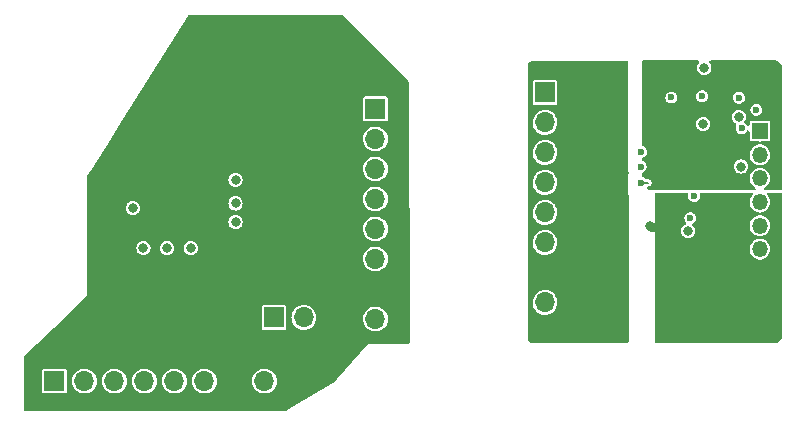
<source format=gbr>
%TF.GenerationSoftware,KiCad,Pcbnew,(6.0.8-1)-1*%
%TF.CreationDate,2022-11-22T09:59:05-05:00*%
%TF.ProjectId,encoder_driver,656e636f-6465-4725-9f64-72697665722e,rev?*%
%TF.SameCoordinates,Original*%
%TF.FileFunction,Copper,L2,Inr*%
%TF.FilePolarity,Positive*%
%FSLAX46Y46*%
G04 Gerber Fmt 4.6, Leading zero omitted, Abs format (unit mm)*
G04 Created by KiCad (PCBNEW (6.0.8-1)-1) date 2022-11-22 09:59:05*
%MOMM*%
%LPD*%
G01*
G04 APERTURE LIST*
%TA.AperFunction,ComponentPad*%
%ADD10R,1.700000X1.700000*%
%TD*%
%TA.AperFunction,ComponentPad*%
%ADD11O,1.700000X1.700000*%
%TD*%
%TA.AperFunction,ComponentPad*%
%ADD12R,1.350000X1.350000*%
%TD*%
%TA.AperFunction,ComponentPad*%
%ADD13O,1.350000X1.350000*%
%TD*%
%TA.AperFunction,ViaPad*%
%ADD14C,0.600000*%
%TD*%
%TA.AperFunction,ViaPad*%
%ADD15C,0.800000*%
%TD*%
%TA.AperFunction,Conductor*%
%ADD16C,0.200000*%
%TD*%
%TA.AperFunction,Conductor*%
%ADD17C,0.800000*%
%TD*%
G04 APERTURE END LIST*
D10*
%TO.N,IFA*%
%TO.C,J2*%
X94670000Y-97040000D03*
D11*
%TO.N,IFB*%
X97210000Y-97040000D03*
%TO.N,IFC*%
X99750000Y-97040000D03*
%TO.N,unconnected-(J2-Pad4)*%
X102290000Y-97040000D03*
%TO.N,TRM1*%
X104830000Y-97040000D03*
%TO.N,TRM2*%
X107370000Y-97040000D03*
%TO.N,GND*%
X109910000Y-97040000D03*
%TO.N,VIN*%
X112450000Y-97040000D03*
%TD*%
D10*
%TO.N,ASCLK*%
%TO.C,J5*%
X136200000Y-72605000D03*
D11*
%TO.N,ACSQ*%
X136200000Y-75145000D03*
%TO.N,AMOSI*%
X136200000Y-77685000D03*
%TO.N,AMISO*%
X136200000Y-80225000D03*
%TO.N,ATRM1*%
X136200000Y-82765000D03*
%TO.N,ATRM2*%
X136200000Y-85305000D03*
%TO.N,AGND*%
X136200000Y-87845000D03*
%TO.N,A+5V*%
X136200000Y-90385000D03*
%TD*%
D10*
%TO.N,SCK*%
%TO.C,J1*%
X121847906Y-73999302D03*
D11*
%TO.N,CSQ*%
X121847906Y-76539302D03*
%TO.N,MOSI*%
X121847906Y-79079302D03*
%TO.N,MISO*%
X121847906Y-81619302D03*
%TO.N,TRM1*%
X121847906Y-84159302D03*
%TO.N,TRM2*%
X121847906Y-86699302D03*
%TO.N,GND*%
X121847906Y-89239302D03*
%TO.N,VIN*%
X121847906Y-91779302D03*
%TD*%
D12*
%TO.N,B+5V*%
%TO.C,J4*%
X154400000Y-75880000D03*
D13*
%TO.N,BTEMP*%
X154400000Y-77880000D03*
%TO.N,BCSQ*%
X154400000Y-79880000D03*
%TO.N,BSCLK*%
X154400000Y-81880000D03*
%TO.N,BMISO*%
X154400000Y-83880000D03*
%TO.N,BMOSI*%
X154400000Y-85880000D03*
%TO.N,BGND*%
X154400000Y-87880000D03*
%TD*%
D10*
%TO.N,TRM1*%
%TO.C,J3*%
X113250000Y-91650000D03*
D11*
%TO.N,TRM2*%
X115790000Y-91650000D03*
%TD*%
D14*
%TO.N,BGND*%
X144303200Y-80250600D03*
D15*
X145125600Y-83933600D03*
%TO.N,B+5V*%
X148326000Y-84340000D03*
%TO.N,+5V*%
X101300000Y-82400000D03*
%TO.N,GND*%
X118650000Y-67400000D03*
X100650000Y-80800000D03*
X106756600Y-72313400D03*
X120050000Y-69200000D03*
%TO.N,AGND*%
X138800000Y-72680000D03*
X139000000Y-70680000D03*
X142879353Y-79401353D03*
X141214000Y-82358800D03*
X138525000Y-87005000D03*
D14*
X137000000Y-93080000D03*
D15*
X138800000Y-78280000D03*
%TO.N,BGND*%
X149600000Y-75280000D03*
X152800000Y-78880000D03*
X149690395Y-70507460D03*
D14*
X152625000Y-73055000D03*
D15*
X152600000Y-74680000D03*
X149000000Y-82480000D03*
%TO.N,+3V3*%
X147200000Y-74680000D03*
X146811576Y-76813332D03*
X149328926Y-77540413D03*
D14*
%TO.N,BMOSI*%
X148513587Y-83236642D03*
X144300000Y-78880000D03*
%TO.N,BMISO*%
X148800000Y-81380000D03*
X144350000Y-77630000D03*
%TO.N,BCSQ*%
X146900000Y-73030000D03*
X149500000Y-72930000D03*
X152850000Y-75630000D03*
%TO.N,BSCLK*%
X154100500Y-74080000D03*
D15*
%TO.N,Net-(R1-Pad1)*%
X102200000Y-85800000D03*
%TO.N,Net-(R2-Pad1)*%
X104200000Y-85800000D03*
%TO.N,Net-(R3-Pad1)*%
X106200000Y-85800000D03*
%TO.N,Net-(R4-Pad2)*%
X110000000Y-80000000D03*
%TO.N,Net-(R5-Pad2)*%
X110000000Y-82000000D03*
%TO.N,Net-(R6-Pad2)*%
X110000000Y-83600000D03*
%TD*%
D16*
%TO.N,BGND*%
X144303200Y-80250600D02*
X144947800Y-80250600D01*
D17*
X145176400Y-83984400D02*
X146090800Y-83984400D01*
X145125600Y-83933600D02*
X145176400Y-83984400D01*
%TD*%
%TA.AperFunction,Conductor*%
%TO.N,BGND*%
G36*
X148262140Y-81100002D02*
G01*
X148308633Y-81153658D01*
X148318737Y-81223932D01*
X148317308Y-81230328D01*
X148316447Y-81232163D01*
X148315408Y-81238837D01*
X148296145Y-81362560D01*
X148294391Y-81373823D01*
X148295555Y-81382725D01*
X148295555Y-81382728D01*
X148296814Y-81392354D01*
X148312980Y-81515979D01*
X148370720Y-81647203D01*
X148376497Y-81654076D01*
X148376498Y-81654077D01*
X148383792Y-81662754D01*
X148462970Y-81756948D01*
X148582313Y-81836390D01*
X148719157Y-81879142D01*
X148728129Y-81879306D01*
X148728132Y-81879307D01*
X148793463Y-81880504D01*
X148862499Y-81881770D01*
X148871533Y-81879307D01*
X148992158Y-81846421D01*
X148992160Y-81846420D01*
X149000817Y-81844060D01*
X149122991Y-81769045D01*
X149219200Y-81662754D01*
X149281710Y-81533733D01*
X149305496Y-81392354D01*
X149305647Y-81380000D01*
X149285323Y-81238082D01*
X149284961Y-81237285D01*
X149285036Y-81170366D01*
X149323487Y-81110683D01*
X149388101Y-81081262D01*
X149405892Y-81080000D01*
X153659223Y-81080000D01*
X153727344Y-81100002D01*
X153773837Y-81153658D01*
X153783941Y-81223932D01*
X153752859Y-81290310D01*
X153687805Y-81362560D01*
X153595786Y-81521941D01*
X153593744Y-81528226D01*
X153557757Y-81638983D01*
X153538915Y-81696971D01*
X153519678Y-81880000D01*
X153538915Y-82063029D01*
X153595786Y-82238059D01*
X153687805Y-82397440D01*
X153810950Y-82534207D01*
X153816292Y-82538088D01*
X153816294Y-82538090D01*
X153954497Y-82638500D01*
X153959839Y-82642381D01*
X153965867Y-82645065D01*
X153965869Y-82645066D01*
X154121935Y-82714551D01*
X154127966Y-82717236D01*
X154214704Y-82735673D01*
X154301524Y-82754128D01*
X154301529Y-82754128D01*
X154307981Y-82755500D01*
X154308845Y-82755500D01*
X154372533Y-82781702D01*
X154400378Y-82821602D01*
X154420214Y-82787987D01*
X154483625Y-82756056D01*
X154487491Y-82755500D01*
X154492019Y-82755500D01*
X154498471Y-82754128D01*
X154498476Y-82754128D01*
X154585296Y-82735673D01*
X154672034Y-82717236D01*
X154678065Y-82714551D01*
X154834131Y-82645066D01*
X154834133Y-82645065D01*
X154840161Y-82642381D01*
X154845503Y-82638500D01*
X154983706Y-82538090D01*
X154983708Y-82538088D01*
X154989050Y-82534207D01*
X155112195Y-82397440D01*
X155204214Y-82238059D01*
X155261085Y-82063029D01*
X155280322Y-81880000D01*
X155261085Y-81696971D01*
X155242244Y-81638983D01*
X155206256Y-81528226D01*
X155204214Y-81521941D01*
X155112195Y-81362560D01*
X155047141Y-81290310D01*
X155016423Y-81226303D01*
X155025188Y-81155849D01*
X155070651Y-81101318D01*
X155140777Y-81080000D01*
X156136338Y-81080000D01*
X156204459Y-81100002D01*
X156250952Y-81153658D01*
X156262338Y-81206000D01*
X156262338Y-93349946D01*
X156242336Y-93418067D01*
X156225412Y-93439063D01*
X155881284Y-93783028D01*
X155818964Y-93817038D01*
X155792210Y-93819911D01*
X145626000Y-93819911D01*
X145557879Y-93799909D01*
X145511386Y-93746253D01*
X145500000Y-93693911D01*
X145500000Y-85880000D01*
X153519678Y-85880000D01*
X153538915Y-86063029D01*
X153595786Y-86238059D01*
X153687805Y-86397440D01*
X153810950Y-86534207D01*
X153816292Y-86538088D01*
X153816294Y-86538090D01*
X153954497Y-86638500D01*
X153959839Y-86642381D01*
X153965867Y-86645065D01*
X153965869Y-86645066D01*
X154121935Y-86714551D01*
X154127966Y-86717236D01*
X154217973Y-86736368D01*
X154301524Y-86754128D01*
X154301529Y-86754128D01*
X154307981Y-86755500D01*
X154492019Y-86755500D01*
X154498471Y-86754128D01*
X154498476Y-86754128D01*
X154582027Y-86736368D01*
X154672034Y-86717236D01*
X154678065Y-86714551D01*
X154834131Y-86645066D01*
X154834133Y-86645065D01*
X154840161Y-86642381D01*
X154845503Y-86638500D01*
X154983706Y-86538090D01*
X154983708Y-86538088D01*
X154989050Y-86534207D01*
X155112195Y-86397440D01*
X155204214Y-86238059D01*
X155261085Y-86063029D01*
X155280322Y-85880000D01*
X155261085Y-85696971D01*
X155204214Y-85521941D01*
X155112195Y-85362560D01*
X154989050Y-85225793D01*
X154983708Y-85221912D01*
X154983706Y-85221910D01*
X154845503Y-85121500D01*
X154845502Y-85121499D01*
X154840161Y-85117619D01*
X154834133Y-85114935D01*
X154834131Y-85114934D01*
X154678065Y-85045449D01*
X154678064Y-85045449D01*
X154672034Y-85042764D01*
X154582026Y-85023632D01*
X154498476Y-85005872D01*
X154498471Y-85005872D01*
X154492019Y-85004500D01*
X154491155Y-85004500D01*
X154427467Y-84978298D01*
X154399622Y-84938398D01*
X154379786Y-84972013D01*
X154316375Y-85003944D01*
X154312509Y-85004500D01*
X154307981Y-85004500D01*
X154301529Y-85005872D01*
X154301524Y-85005872D01*
X154217974Y-85023632D01*
X154127966Y-85042764D01*
X154121936Y-85045449D01*
X154121935Y-85045449D01*
X153965869Y-85114934D01*
X153965867Y-85114935D01*
X153959839Y-85117619D01*
X153954498Y-85121499D01*
X153954497Y-85121500D01*
X153816294Y-85221910D01*
X153816292Y-85221912D01*
X153810950Y-85225793D01*
X153687805Y-85362560D01*
X153595786Y-85521941D01*
X153538915Y-85696971D01*
X153519678Y-85880000D01*
X145500000Y-85880000D01*
X145500000Y-84340000D01*
X147720318Y-84340000D01*
X147740956Y-84496762D01*
X147801464Y-84642841D01*
X147806491Y-84649392D01*
X147887289Y-84754690D01*
X147897718Y-84768282D01*
X148023159Y-84864536D01*
X148169238Y-84925044D01*
X148326000Y-84945682D01*
X148334188Y-84944604D01*
X148474574Y-84926122D01*
X148482762Y-84925044D01*
X148628841Y-84864536D01*
X148754282Y-84768282D01*
X148764712Y-84754690D01*
X148845509Y-84649392D01*
X148850536Y-84642841D01*
X148911044Y-84496762D01*
X148931682Y-84340000D01*
X148911044Y-84183238D01*
X148850536Y-84037159D01*
X148754282Y-83911718D01*
X148747735Y-83906694D01*
X148729103Y-83892397D01*
X148720051Y-83880000D01*
X153519678Y-83880000D01*
X153538915Y-84063029D01*
X153595786Y-84238059D01*
X153687805Y-84397440D01*
X153692223Y-84402347D01*
X153692224Y-84402348D01*
X153784104Y-84504391D01*
X153810950Y-84534207D01*
X153816292Y-84538088D01*
X153816294Y-84538090D01*
X153949970Y-84635211D01*
X153959839Y-84642381D01*
X153965867Y-84645065D01*
X153965869Y-84645066D01*
X154121935Y-84714551D01*
X154127966Y-84717236D01*
X154217973Y-84736368D01*
X154301524Y-84754128D01*
X154301529Y-84754128D01*
X154307981Y-84755500D01*
X154308845Y-84755500D01*
X154372533Y-84781702D01*
X154400378Y-84821602D01*
X154420214Y-84787987D01*
X154483625Y-84756056D01*
X154487491Y-84755500D01*
X154492019Y-84755500D01*
X154498471Y-84754128D01*
X154498476Y-84754128D01*
X154582026Y-84736368D01*
X154672034Y-84717236D01*
X154678065Y-84714551D01*
X154834131Y-84645066D01*
X154834133Y-84645065D01*
X154840161Y-84642381D01*
X154850030Y-84635211D01*
X154983706Y-84538090D01*
X154983708Y-84538088D01*
X154989050Y-84534207D01*
X155015896Y-84504391D01*
X155107776Y-84402348D01*
X155107777Y-84402347D01*
X155112195Y-84397440D01*
X155204214Y-84238059D01*
X155261085Y-84063029D01*
X155280322Y-83880000D01*
X155268150Y-83764188D01*
X155261775Y-83703535D01*
X155261775Y-83703534D01*
X155261085Y-83696971D01*
X155204214Y-83521941D01*
X155198082Y-83511319D01*
X155168101Y-83459391D01*
X155112195Y-83362560D01*
X155014260Y-83253791D01*
X154993472Y-83230704D01*
X154993471Y-83230703D01*
X154989050Y-83225793D01*
X154983708Y-83221912D01*
X154983706Y-83221910D01*
X154845503Y-83121500D01*
X154845502Y-83121499D01*
X154840161Y-83117619D01*
X154834133Y-83114935D01*
X154834131Y-83114934D01*
X154678065Y-83045449D01*
X154678064Y-83045449D01*
X154672034Y-83042764D01*
X154582027Y-83023632D01*
X154498476Y-83005872D01*
X154498471Y-83005872D01*
X154492019Y-83004500D01*
X154491155Y-83004500D01*
X154427467Y-82978298D01*
X154399622Y-82938398D01*
X154379786Y-82972013D01*
X154316375Y-83003944D01*
X154312509Y-83004500D01*
X154307981Y-83004500D01*
X154301529Y-83005872D01*
X154301524Y-83005872D01*
X154217973Y-83023632D01*
X154127966Y-83042764D01*
X154121936Y-83045449D01*
X154121935Y-83045449D01*
X153965869Y-83114934D01*
X153965867Y-83114935D01*
X153959839Y-83117619D01*
X153954498Y-83121499D01*
X153954497Y-83121500D01*
X153816294Y-83221910D01*
X153816292Y-83221912D01*
X153810950Y-83225793D01*
X153806529Y-83230703D01*
X153806528Y-83230704D01*
X153785741Y-83253791D01*
X153687805Y-83362560D01*
X153631899Y-83459391D01*
X153601919Y-83511319D01*
X153595786Y-83521941D01*
X153538915Y-83696971D01*
X153538225Y-83703534D01*
X153538225Y-83703535D01*
X153531850Y-83764188D01*
X153519678Y-83880000D01*
X148720051Y-83880000D01*
X148687236Y-83835059D01*
X148683015Y-83764188D01*
X148717780Y-83702285D01*
X148739880Y-83685060D01*
X148828927Y-83630386D01*
X148828933Y-83630381D01*
X148836578Y-83625687D01*
X148932787Y-83519396D01*
X148995297Y-83390375D01*
X149019083Y-83248996D01*
X149019234Y-83236642D01*
X149002189Y-83117619D01*
X149000183Y-83103610D01*
X149000182Y-83103607D01*
X148998910Y-83094724D01*
X148939571Y-82964214D01*
X148917326Y-82938398D01*
X148851847Y-82862405D01*
X148851844Y-82862402D01*
X148845987Y-82855605D01*
X148725682Y-82777627D01*
X148588326Y-82736549D01*
X148579350Y-82736494D01*
X148579349Y-82736494D01*
X148519142Y-82736126D01*
X148444963Y-82735673D01*
X148307116Y-82775070D01*
X148185867Y-82851572D01*
X148090964Y-82959030D01*
X148030034Y-83088805D01*
X148007978Y-83230465D01*
X148009142Y-83239367D01*
X148009142Y-83239370D01*
X148010401Y-83248996D01*
X148026567Y-83372621D01*
X148084307Y-83503845D01*
X148090084Y-83510718D01*
X148090085Y-83510719D01*
X148152134Y-83584535D01*
X148180655Y-83649550D01*
X148169499Y-83719665D01*
X148122207Y-83772617D01*
X148103902Y-83782019D01*
X148023159Y-83815464D01*
X147897718Y-83911718D01*
X147801464Y-84037159D01*
X147740956Y-84183238D01*
X147720318Y-84340000D01*
X145500000Y-84340000D01*
X145500000Y-81206000D01*
X145520002Y-81137879D01*
X145573658Y-81091386D01*
X145626000Y-81080000D01*
X148194019Y-81080000D01*
X148262140Y-81100002D01*
G37*
%TD.AperFunction*%
%TD*%
%TA.AperFunction,Conductor*%
%TO.N,AGND*%
G36*
X143190121Y-69973002D02*
G01*
X143236614Y-70026658D01*
X143248000Y-70079000D01*
X143248000Y-80553000D01*
X143248019Y-80553759D01*
X143248019Y-80553770D01*
X143282761Y-81951431D01*
X143282800Y-81954562D01*
X143282800Y-93693911D01*
X143262798Y-93762032D01*
X143209142Y-93808525D01*
X143156800Y-93819911D01*
X135080315Y-93819911D01*
X135012194Y-93799909D01*
X134991241Y-93783028D01*
X134859224Y-93651073D01*
X134773926Y-93565816D01*
X134739886Y-93503511D01*
X134737000Y-93476699D01*
X134737000Y-90370262D01*
X135144520Y-90370262D01*
X135161759Y-90575553D01*
X135218544Y-90773586D01*
X135221359Y-90779063D01*
X135221360Y-90779066D01*
X135242247Y-90819707D01*
X135312712Y-90956818D01*
X135440677Y-91118270D01*
X135597564Y-91251791D01*
X135777398Y-91352297D01*
X135872238Y-91383113D01*
X135967471Y-91414056D01*
X135967475Y-91414057D01*
X135973329Y-91415959D01*
X136177894Y-91440351D01*
X136184029Y-91439879D01*
X136184031Y-91439879D01*
X136240039Y-91435569D01*
X136383300Y-91424546D01*
X136389230Y-91422890D01*
X136389232Y-91422890D01*
X136575797Y-91370800D01*
X136575796Y-91370800D01*
X136581725Y-91369145D01*
X136587214Y-91366372D01*
X136587220Y-91366370D01*
X136760116Y-91279033D01*
X136765610Y-91276258D01*
X136927951Y-91149424D01*
X137062564Y-90993472D01*
X137083387Y-90956818D01*
X137161276Y-90819707D01*
X137164323Y-90814344D01*
X137229351Y-90618863D01*
X137255171Y-90414474D01*
X137255583Y-90385000D01*
X137235480Y-90179970D01*
X137175935Y-89982749D01*
X137079218Y-89800849D01*
X137005859Y-89710902D01*
X136952906Y-89645975D01*
X136952903Y-89645972D01*
X136949011Y-89641200D01*
X136931786Y-89626950D01*
X136795025Y-89513811D01*
X136795021Y-89513809D01*
X136790275Y-89509882D01*
X136609055Y-89411897D01*
X136412254Y-89350977D01*
X136406129Y-89350333D01*
X136406128Y-89350333D01*
X136213498Y-89330087D01*
X136213496Y-89330087D01*
X136207369Y-89329443D01*
X136120529Y-89337346D01*
X136008342Y-89347555D01*
X136008339Y-89347556D01*
X136002203Y-89348114D01*
X135804572Y-89406280D01*
X135622002Y-89501726D01*
X135617201Y-89505586D01*
X135617198Y-89505588D01*
X135606971Y-89513811D01*
X135461447Y-89630815D01*
X135329024Y-89788630D01*
X135326056Y-89794028D01*
X135326053Y-89794033D01*
X135319315Y-89806290D01*
X135229776Y-89969162D01*
X135167484Y-90165532D01*
X135166798Y-90171649D01*
X135166797Y-90171653D01*
X135145207Y-90364137D01*
X135144520Y-90370262D01*
X134737000Y-90370262D01*
X134737000Y-85290262D01*
X135144520Y-85290262D01*
X135161759Y-85495553D01*
X135218544Y-85693586D01*
X135221359Y-85699063D01*
X135221360Y-85699066D01*
X135242247Y-85739707D01*
X135312712Y-85876818D01*
X135440677Y-86038270D01*
X135597564Y-86171791D01*
X135777398Y-86272297D01*
X135872238Y-86303113D01*
X135967471Y-86334056D01*
X135967475Y-86334057D01*
X135973329Y-86335959D01*
X136177894Y-86360351D01*
X136184029Y-86359879D01*
X136184031Y-86359879D01*
X136240039Y-86355569D01*
X136383300Y-86344546D01*
X136389230Y-86342890D01*
X136389232Y-86342890D01*
X136575797Y-86290800D01*
X136575796Y-86290800D01*
X136581725Y-86289145D01*
X136587214Y-86286372D01*
X136587220Y-86286370D01*
X136760116Y-86199033D01*
X136765610Y-86196258D01*
X136927951Y-86069424D01*
X137062564Y-85913472D01*
X137083387Y-85876818D01*
X137161276Y-85739707D01*
X137164323Y-85734344D01*
X137229351Y-85538863D01*
X137255171Y-85334474D01*
X137255583Y-85305000D01*
X137235480Y-85099970D01*
X137175935Y-84902749D01*
X137079218Y-84720849D01*
X136981634Y-84601199D01*
X136952906Y-84565975D01*
X136952903Y-84565972D01*
X136949011Y-84561200D01*
X136944262Y-84557271D01*
X136795025Y-84433811D01*
X136795021Y-84433809D01*
X136790275Y-84429882D01*
X136609055Y-84331897D01*
X136412254Y-84270977D01*
X136406129Y-84270333D01*
X136406128Y-84270333D01*
X136213498Y-84250087D01*
X136213496Y-84250087D01*
X136207369Y-84249443D01*
X136120529Y-84257346D01*
X136008342Y-84267555D01*
X136008339Y-84267556D01*
X136002203Y-84268114D01*
X135804572Y-84326280D01*
X135622002Y-84421726D01*
X135617201Y-84425586D01*
X135617198Y-84425588D01*
X135606971Y-84433811D01*
X135461447Y-84550815D01*
X135329024Y-84708630D01*
X135326056Y-84714028D01*
X135326053Y-84714033D01*
X135236376Y-84877156D01*
X135229776Y-84889162D01*
X135167484Y-85085532D01*
X135166798Y-85091649D01*
X135166797Y-85091653D01*
X135145207Y-85284137D01*
X135144520Y-85290262D01*
X134737000Y-85290262D01*
X134737000Y-82750262D01*
X135144520Y-82750262D01*
X135161759Y-82955553D01*
X135218544Y-83153586D01*
X135221359Y-83159063D01*
X135221360Y-83159066D01*
X135242247Y-83199707D01*
X135312712Y-83336818D01*
X135440677Y-83498270D01*
X135597564Y-83631791D01*
X135777398Y-83732297D01*
X135872238Y-83763113D01*
X135967471Y-83794056D01*
X135967475Y-83794057D01*
X135973329Y-83795959D01*
X136177894Y-83820351D01*
X136184029Y-83819879D01*
X136184031Y-83819879D01*
X136240039Y-83815569D01*
X136383300Y-83804546D01*
X136389230Y-83802890D01*
X136389232Y-83802890D01*
X136575797Y-83750800D01*
X136575796Y-83750800D01*
X136581725Y-83749145D01*
X136587214Y-83746372D01*
X136587220Y-83746370D01*
X136760116Y-83659033D01*
X136765610Y-83656258D01*
X136927951Y-83529424D01*
X137062564Y-83373472D01*
X137083387Y-83336818D01*
X137161276Y-83199707D01*
X137164323Y-83194344D01*
X137229351Y-82998863D01*
X137255171Y-82794474D01*
X137255583Y-82765000D01*
X137235480Y-82559970D01*
X137175935Y-82362749D01*
X137079218Y-82180849D01*
X137005859Y-82090902D01*
X136952906Y-82025975D01*
X136952903Y-82025972D01*
X136949011Y-82021200D01*
X136864675Y-81951431D01*
X136795025Y-81893811D01*
X136795021Y-81893809D01*
X136790275Y-81889882D01*
X136609055Y-81791897D01*
X136412254Y-81730977D01*
X136406129Y-81730333D01*
X136406128Y-81730333D01*
X136213498Y-81710087D01*
X136213496Y-81710087D01*
X136207369Y-81709443D01*
X136120529Y-81717346D01*
X136008342Y-81727555D01*
X136008339Y-81727556D01*
X136002203Y-81728114D01*
X135804572Y-81786280D01*
X135622002Y-81881726D01*
X135617201Y-81885586D01*
X135617198Y-81885588D01*
X135606971Y-81893811D01*
X135461447Y-82010815D01*
X135329024Y-82168630D01*
X135326056Y-82174028D01*
X135326053Y-82174033D01*
X135319315Y-82186290D01*
X135229776Y-82349162D01*
X135167484Y-82545532D01*
X135166798Y-82551649D01*
X135166797Y-82551653D01*
X135145207Y-82744137D01*
X135144520Y-82750262D01*
X134737000Y-82750262D01*
X134737000Y-80210262D01*
X135144520Y-80210262D01*
X135161759Y-80415553D01*
X135218544Y-80613586D01*
X135221359Y-80619063D01*
X135221360Y-80619066D01*
X135242247Y-80659707D01*
X135312712Y-80796818D01*
X135440677Y-80958270D01*
X135597564Y-81091791D01*
X135777398Y-81192297D01*
X135872238Y-81223113D01*
X135967471Y-81254056D01*
X135967475Y-81254057D01*
X135973329Y-81255959D01*
X136177894Y-81280351D01*
X136184029Y-81279879D01*
X136184031Y-81279879D01*
X136240039Y-81275569D01*
X136383300Y-81264546D01*
X136389230Y-81262890D01*
X136389232Y-81262890D01*
X136575797Y-81210800D01*
X136575796Y-81210800D01*
X136581725Y-81209145D01*
X136587214Y-81206372D01*
X136587220Y-81206370D01*
X136760116Y-81119033D01*
X136765610Y-81116258D01*
X136927951Y-80989424D01*
X137062564Y-80833472D01*
X137083387Y-80796818D01*
X137161276Y-80659707D01*
X137164323Y-80654344D01*
X137229351Y-80458863D01*
X137255171Y-80254474D01*
X137255583Y-80225000D01*
X137235480Y-80019970D01*
X137175935Y-79822749D01*
X137079218Y-79640849D01*
X136960768Y-79495615D01*
X136952906Y-79485975D01*
X136952903Y-79485972D01*
X136949011Y-79481200D01*
X136931786Y-79466950D01*
X136795025Y-79353811D01*
X136795021Y-79353809D01*
X136790275Y-79349882D01*
X136609055Y-79251897D01*
X136412254Y-79190977D01*
X136406129Y-79190333D01*
X136406128Y-79190333D01*
X136213498Y-79170087D01*
X136213496Y-79170087D01*
X136207369Y-79169443D01*
X136120529Y-79177346D01*
X136008342Y-79187555D01*
X136008339Y-79187556D01*
X136002203Y-79188114D01*
X135804572Y-79246280D01*
X135622002Y-79341726D01*
X135617201Y-79345586D01*
X135617198Y-79345588D01*
X135466254Y-79466950D01*
X135461447Y-79470815D01*
X135329024Y-79628630D01*
X135326056Y-79634028D01*
X135326053Y-79634033D01*
X135241825Y-79787244D01*
X135229776Y-79809162D01*
X135167484Y-80005532D01*
X135166798Y-80011649D01*
X135166797Y-80011653D01*
X135145207Y-80204137D01*
X135144520Y-80210262D01*
X134737000Y-80210262D01*
X134737000Y-77670262D01*
X135144520Y-77670262D01*
X135161759Y-77875553D01*
X135218544Y-78073586D01*
X135221359Y-78079063D01*
X135221360Y-78079066D01*
X135242247Y-78119707D01*
X135312712Y-78256818D01*
X135440677Y-78418270D01*
X135597564Y-78551791D01*
X135777398Y-78652297D01*
X135872238Y-78683113D01*
X135967471Y-78714056D01*
X135967475Y-78714057D01*
X135973329Y-78715959D01*
X136177894Y-78740351D01*
X136184029Y-78739879D01*
X136184031Y-78739879D01*
X136240039Y-78735569D01*
X136383300Y-78724546D01*
X136389230Y-78722890D01*
X136389232Y-78722890D01*
X136575797Y-78670800D01*
X136575796Y-78670800D01*
X136581725Y-78669145D01*
X136587214Y-78666372D01*
X136587220Y-78666370D01*
X136760116Y-78579033D01*
X136765610Y-78576258D01*
X136927951Y-78449424D01*
X137062564Y-78293472D01*
X137083387Y-78256818D01*
X137161276Y-78119707D01*
X137164323Y-78114344D01*
X137229351Y-77918863D01*
X137255171Y-77714474D01*
X137255583Y-77685000D01*
X137235480Y-77479970D01*
X137175935Y-77282749D01*
X137079218Y-77100849D01*
X137005859Y-77010902D01*
X136952906Y-76945975D01*
X136952903Y-76945972D01*
X136949011Y-76941200D01*
X136931786Y-76926950D01*
X136795025Y-76813811D01*
X136795021Y-76813809D01*
X136790275Y-76809882D01*
X136609055Y-76711897D01*
X136412254Y-76650977D01*
X136406129Y-76650333D01*
X136406128Y-76650333D01*
X136213498Y-76630087D01*
X136213496Y-76630087D01*
X136207369Y-76629443D01*
X136120529Y-76637346D01*
X136008342Y-76647555D01*
X136008339Y-76647556D01*
X136002203Y-76648114D01*
X135804572Y-76706280D01*
X135622002Y-76801726D01*
X135617201Y-76805586D01*
X135617198Y-76805588D01*
X135606971Y-76813811D01*
X135461447Y-76930815D01*
X135329024Y-77088630D01*
X135326056Y-77094028D01*
X135326053Y-77094033D01*
X135319315Y-77106290D01*
X135229776Y-77269162D01*
X135167484Y-77465532D01*
X135166798Y-77471649D01*
X135166797Y-77471653D01*
X135145207Y-77664137D01*
X135144520Y-77670262D01*
X134737000Y-77670262D01*
X134737000Y-75130262D01*
X135144520Y-75130262D01*
X135161759Y-75335553D01*
X135218544Y-75533586D01*
X135221359Y-75539063D01*
X135221360Y-75539066D01*
X135242247Y-75579707D01*
X135312712Y-75716818D01*
X135440677Y-75878270D01*
X135597564Y-76011791D01*
X135777398Y-76112297D01*
X135872238Y-76143113D01*
X135967471Y-76174056D01*
X135967475Y-76174057D01*
X135973329Y-76175959D01*
X136177894Y-76200351D01*
X136184029Y-76199879D01*
X136184031Y-76199879D01*
X136240039Y-76195569D01*
X136383300Y-76184546D01*
X136389230Y-76182890D01*
X136389232Y-76182890D01*
X136575797Y-76130800D01*
X136575796Y-76130800D01*
X136581725Y-76129145D01*
X136587214Y-76126372D01*
X136587220Y-76126370D01*
X136760116Y-76039033D01*
X136765610Y-76036258D01*
X136927951Y-75909424D01*
X137062564Y-75753472D01*
X137083387Y-75716818D01*
X137161276Y-75579707D01*
X137164323Y-75574344D01*
X137229351Y-75378863D01*
X137255171Y-75174474D01*
X137255583Y-75145000D01*
X137235480Y-74939970D01*
X137175935Y-74742749D01*
X137079218Y-74560849D01*
X137005859Y-74470902D01*
X136952906Y-74405975D01*
X136952903Y-74405972D01*
X136949011Y-74401200D01*
X136931786Y-74386950D01*
X136795025Y-74273811D01*
X136795021Y-74273809D01*
X136790275Y-74269882D01*
X136609055Y-74171897D01*
X136412254Y-74110977D01*
X136406129Y-74110333D01*
X136406128Y-74110333D01*
X136213498Y-74090087D01*
X136213496Y-74090087D01*
X136207369Y-74089443D01*
X136120529Y-74097346D01*
X136008342Y-74107555D01*
X136008339Y-74107556D01*
X136002203Y-74108114D01*
X135804572Y-74166280D01*
X135622002Y-74261726D01*
X135617201Y-74265586D01*
X135617198Y-74265588D01*
X135606971Y-74273811D01*
X135461447Y-74390815D01*
X135329024Y-74548630D01*
X135326056Y-74554028D01*
X135326053Y-74554033D01*
X135319315Y-74566290D01*
X135229776Y-74729162D01*
X135167484Y-74925532D01*
X135166798Y-74931649D01*
X135166797Y-74931653D01*
X135145207Y-75124137D01*
X135144520Y-75130262D01*
X134737000Y-75130262D01*
X134737000Y-73474748D01*
X135149500Y-73474748D01*
X135161133Y-73533231D01*
X135205448Y-73599552D01*
X135271769Y-73643867D01*
X135283938Y-73646288D01*
X135283939Y-73646288D01*
X135324184Y-73654293D01*
X135330252Y-73655500D01*
X137069748Y-73655500D01*
X137075816Y-73654293D01*
X137116061Y-73646288D01*
X137116062Y-73646288D01*
X137128231Y-73643867D01*
X137194552Y-73599552D01*
X137238867Y-73533231D01*
X137250500Y-73474748D01*
X137250500Y-71735252D01*
X137238867Y-71676769D01*
X137194552Y-71610448D01*
X137128231Y-71566133D01*
X137116062Y-71563712D01*
X137116061Y-71563712D01*
X137075816Y-71555707D01*
X137069748Y-71554500D01*
X135330252Y-71554500D01*
X135324184Y-71555707D01*
X135283939Y-71563712D01*
X135283938Y-71563712D01*
X135271769Y-71566133D01*
X135205448Y-71610448D01*
X135161133Y-71676769D01*
X135149500Y-71735252D01*
X135149500Y-73474748D01*
X134737000Y-73474748D01*
X134737000Y-70237259D01*
X134757002Y-70169138D01*
X134773905Y-70148164D01*
X134932164Y-69989905D01*
X134994476Y-69955879D01*
X135021259Y-69953000D01*
X143122000Y-69953000D01*
X143190121Y-69973002D01*
G37*
%TD.AperFunction*%
%TD*%
%TA.AperFunction,Conductor*%
%TO.N,+3V3*%
G36*
X149216900Y-69913901D02*
G01*
X149263393Y-69967557D01*
X149273497Y-70037831D01*
X149248742Y-70096603D01*
X149215714Y-70139646D01*
X149165859Y-70204619D01*
X149105351Y-70350698D01*
X149084713Y-70507460D01*
X149105351Y-70664222D01*
X149165859Y-70810301D01*
X149262113Y-70935742D01*
X149387554Y-71031996D01*
X149533633Y-71092504D01*
X149690395Y-71113142D01*
X149698583Y-71112064D01*
X149838969Y-71093582D01*
X149847157Y-71092504D01*
X149993236Y-71031996D01*
X150118677Y-70935742D01*
X150214931Y-70810301D01*
X150275439Y-70664222D01*
X150296077Y-70507460D01*
X150275439Y-70350698D01*
X150214931Y-70204619D01*
X150165076Y-70139646D01*
X150132048Y-70096603D01*
X150106448Y-70030382D01*
X150120713Y-69960833D01*
X150170314Y-69910038D01*
X150232011Y-69893899D01*
X155792166Y-69893899D01*
X155860287Y-69913901D01*
X155881261Y-69930804D01*
X156225433Y-70274976D01*
X156259459Y-70337288D01*
X156262338Y-70364071D01*
X156262338Y-80754000D01*
X156242336Y-80822121D01*
X156188680Y-80868614D01*
X156136338Y-80880000D01*
X154897451Y-80880000D01*
X154829330Y-80859998D01*
X154782837Y-80806342D01*
X154772733Y-80736068D01*
X154802227Y-80671488D01*
X154834340Y-80644973D01*
X154840161Y-80642381D01*
X154965799Y-80551100D01*
X154983706Y-80538090D01*
X154983708Y-80538088D01*
X154989050Y-80534207D01*
X155112195Y-80397440D01*
X155204214Y-80238059D01*
X155261085Y-80063029D01*
X155268530Y-79992199D01*
X155279632Y-79886565D01*
X155280322Y-79880000D01*
X155261085Y-79696971D01*
X155204214Y-79521941D01*
X155112195Y-79362560D01*
X155103749Y-79353179D01*
X154993472Y-79230704D01*
X154993471Y-79230703D01*
X154989050Y-79225793D01*
X154983708Y-79221912D01*
X154983706Y-79221910D01*
X154845503Y-79121500D01*
X154845502Y-79121499D01*
X154840161Y-79117619D01*
X154834133Y-79114935D01*
X154834131Y-79114934D01*
X154678065Y-79045449D01*
X154678064Y-79045449D01*
X154672034Y-79042764D01*
X154582027Y-79023632D01*
X154498476Y-79005872D01*
X154498471Y-79005872D01*
X154492019Y-79004500D01*
X154491155Y-79004500D01*
X154427467Y-78978298D01*
X154399622Y-78938398D01*
X154379786Y-78972013D01*
X154316375Y-79003944D01*
X154312509Y-79004500D01*
X154307981Y-79004500D01*
X154301529Y-79005872D01*
X154301524Y-79005872D01*
X154217973Y-79023632D01*
X154127966Y-79042764D01*
X154121936Y-79045449D01*
X154121935Y-79045449D01*
X153965869Y-79114934D01*
X153965867Y-79114935D01*
X153959839Y-79117619D01*
X153954498Y-79121499D01*
X153954497Y-79121500D01*
X153816294Y-79221910D01*
X153816292Y-79221912D01*
X153810950Y-79225793D01*
X153806529Y-79230703D01*
X153806528Y-79230704D01*
X153696252Y-79353179D01*
X153687805Y-79362560D01*
X153595786Y-79521941D01*
X153538915Y-79696971D01*
X153519678Y-79880000D01*
X153520368Y-79886565D01*
X153531471Y-79992199D01*
X153538915Y-80063029D01*
X153595786Y-80238059D01*
X153687805Y-80397440D01*
X153810950Y-80534207D01*
X153816292Y-80538088D01*
X153816294Y-80538090D01*
X153834201Y-80551100D01*
X153959839Y-80642381D01*
X153965619Y-80644954D01*
X154014543Y-80696265D01*
X154027978Y-80765979D01*
X154001591Y-80831889D01*
X153943758Y-80873071D01*
X153902549Y-80880000D01*
X148876118Y-80880000D01*
X148874739Y-80879898D01*
X148874739Y-80879907D01*
X148738649Y-80879075D01*
X148738643Y-80879075D01*
X148731376Y-80879031D01*
X148728894Y-80879740D01*
X148725088Y-80880000D01*
X145038149Y-80880000D01*
X144968257Y-80858838D01*
X144852907Y-80781938D01*
X144807322Y-80727509D01*
X144798400Y-80657075D01*
X144828974Y-80592999D01*
X144889337Y-80555624D01*
X144922799Y-80551100D01*
X144975748Y-80551100D01*
X144981449Y-80550038D01*
X144981452Y-80550038D01*
X145046412Y-80537940D01*
X145046413Y-80537939D01*
X145057853Y-80535809D01*
X145153148Y-80477068D01*
X145196434Y-80420144D01*
X145213866Y-80397220D01*
X145213866Y-80397219D01*
X145220908Y-80387959D01*
X145252046Y-80280432D01*
X145242387Y-80168904D01*
X145193225Y-80068331D01*
X145180434Y-80056465D01*
X145119685Y-80000113D01*
X145111154Y-79992199D01*
X145007178Y-79950717D01*
X145000885Y-79950100D01*
X144762749Y-79950100D01*
X144694628Y-79930098D01*
X144667296Y-79906348D01*
X144641459Y-79876363D01*
X144635600Y-79869563D01*
X144515295Y-79791585D01*
X144489896Y-79783989D01*
X144430365Y-79745310D01*
X144401195Y-79680583D01*
X144400000Y-79663273D01*
X144400000Y-79467793D01*
X144420002Y-79399672D01*
X144473658Y-79353179D01*
X144491283Y-79346799D01*
X144492156Y-79346421D01*
X144500817Y-79344060D01*
X144622991Y-79269045D01*
X144719200Y-79162754D01*
X144781710Y-79033733D01*
X144805496Y-78892354D01*
X144805647Y-78880000D01*
X152194318Y-78880000D01*
X152214956Y-79036762D01*
X152275464Y-79182841D01*
X152371718Y-79308282D01*
X152497159Y-79404536D01*
X152643238Y-79465044D01*
X152800000Y-79485682D01*
X152808188Y-79484604D01*
X152948574Y-79466122D01*
X152956762Y-79465044D01*
X153102841Y-79404536D01*
X153228282Y-79308282D01*
X153324536Y-79182841D01*
X153385044Y-79036762D01*
X153405682Y-78880000D01*
X153385044Y-78723238D01*
X153324536Y-78577159D01*
X153228282Y-78451718D01*
X153102841Y-78355464D01*
X152956762Y-78294956D01*
X152800000Y-78274318D01*
X152643238Y-78294956D01*
X152497159Y-78355464D01*
X152371718Y-78451718D01*
X152275464Y-78577159D01*
X152214956Y-78723238D01*
X152194318Y-78880000D01*
X144805647Y-78880000D01*
X144787897Y-78756056D01*
X144786596Y-78746968D01*
X144786595Y-78746965D01*
X144785323Y-78738082D01*
X144725984Y-78607572D01*
X144694134Y-78570608D01*
X144638260Y-78505763D01*
X144638257Y-78505760D01*
X144632400Y-78498963D01*
X144512095Y-78420985D01*
X144489896Y-78414346D01*
X144430365Y-78375667D01*
X144401195Y-78310940D01*
X144400000Y-78293630D01*
X144400000Y-78231425D01*
X144420002Y-78163304D01*
X144473658Y-78116811D01*
X144492857Y-78109862D01*
X144508608Y-78105567D01*
X144550817Y-78094060D01*
X144672991Y-78019045D01*
X144769200Y-77912754D01*
X144785069Y-77880000D01*
X153519678Y-77880000D01*
X153538915Y-78063029D01*
X153540955Y-78069306D01*
X153540955Y-78069308D01*
X153561250Y-78131770D01*
X153595786Y-78238059D01*
X153687805Y-78397440D01*
X153692223Y-78402347D01*
X153692224Y-78402348D01*
X153709005Y-78420985D01*
X153810950Y-78534207D01*
X153816292Y-78538088D01*
X153816294Y-78538090D01*
X153870068Y-78577159D01*
X153959839Y-78642381D01*
X153965867Y-78645065D01*
X153965869Y-78645066D01*
X154121935Y-78714551D01*
X154127966Y-78717236D01*
X154187606Y-78729913D01*
X154301524Y-78754128D01*
X154301529Y-78754128D01*
X154307981Y-78755500D01*
X154308845Y-78755500D01*
X154372533Y-78781702D01*
X154400378Y-78821602D01*
X154420214Y-78787987D01*
X154483625Y-78756056D01*
X154487491Y-78755500D01*
X154492019Y-78755500D01*
X154498471Y-78754128D01*
X154498476Y-78754128D01*
X154612394Y-78729913D01*
X154672034Y-78717236D01*
X154678065Y-78714551D01*
X154834131Y-78645066D01*
X154834133Y-78645065D01*
X154840161Y-78642381D01*
X154929932Y-78577159D01*
X154983706Y-78538090D01*
X154983708Y-78538088D01*
X154989050Y-78534207D01*
X155090995Y-78420985D01*
X155107776Y-78402348D01*
X155107777Y-78402347D01*
X155112195Y-78397440D01*
X155204214Y-78238059D01*
X155238750Y-78131770D01*
X155259045Y-78069308D01*
X155259045Y-78069306D01*
X155261085Y-78063029D01*
X155280322Y-77880000D01*
X155261085Y-77696971D01*
X155240904Y-77634859D01*
X155206256Y-77528226D01*
X155204214Y-77521941D01*
X155184666Y-77488082D01*
X155115496Y-77368278D01*
X155112195Y-77362560D01*
X155101579Y-77350769D01*
X154993472Y-77230704D01*
X154993471Y-77230703D01*
X154989050Y-77225793D01*
X154983708Y-77221912D01*
X154983706Y-77221910D01*
X154845503Y-77121500D01*
X154845502Y-77121499D01*
X154840161Y-77117619D01*
X154834133Y-77114935D01*
X154834131Y-77114934D01*
X154678065Y-77045449D01*
X154678064Y-77045449D01*
X154672034Y-77042764D01*
X154493181Y-77004747D01*
X154430707Y-76971018D01*
X154398928Y-76913472D01*
X154375846Y-76964012D01*
X154316120Y-77002396D01*
X154306819Y-77004747D01*
X154127966Y-77042764D01*
X154121936Y-77045449D01*
X154121935Y-77045449D01*
X153965869Y-77114934D01*
X153965867Y-77114935D01*
X153959839Y-77117619D01*
X153954498Y-77121499D01*
X153954497Y-77121500D01*
X153816294Y-77221910D01*
X153816292Y-77221912D01*
X153810950Y-77225793D01*
X153806529Y-77230703D01*
X153806528Y-77230704D01*
X153698422Y-77350769D01*
X153687805Y-77362560D01*
X153684504Y-77368278D01*
X153615335Y-77488082D01*
X153595786Y-77521941D01*
X153593744Y-77528226D01*
X153559097Y-77634859D01*
X153538915Y-77696971D01*
X153519678Y-77880000D01*
X144785069Y-77880000D01*
X144831710Y-77783733D01*
X144855496Y-77642354D01*
X144855647Y-77630000D01*
X144840172Y-77521941D01*
X144836596Y-77496968D01*
X144836595Y-77496965D01*
X144835323Y-77488082D01*
X144775984Y-77357572D01*
X144757598Y-77336234D01*
X144688260Y-77255763D01*
X144688257Y-77255760D01*
X144682400Y-77248963D01*
X144562095Y-77170985D01*
X144489899Y-77149394D01*
X144430365Y-77110713D01*
X144401195Y-77045986D01*
X144400000Y-77028677D01*
X144400000Y-75280000D01*
X148994318Y-75280000D01*
X149014956Y-75436762D01*
X149075464Y-75582841D01*
X149171718Y-75708282D01*
X149297159Y-75804536D01*
X149443238Y-75865044D01*
X149600000Y-75885682D01*
X149608188Y-75884604D01*
X149748574Y-75866122D01*
X149756762Y-75865044D01*
X149902841Y-75804536D01*
X150028282Y-75708282D01*
X150124536Y-75582841D01*
X150185044Y-75436762D01*
X150205682Y-75280000D01*
X150185044Y-75123238D01*
X150124536Y-74977159D01*
X150028282Y-74851718D01*
X149902841Y-74755464D01*
X149756762Y-74694956D01*
X149643159Y-74680000D01*
X151994318Y-74680000D01*
X152014956Y-74836762D01*
X152075464Y-74982841D01*
X152171718Y-75108282D01*
X152297159Y-75204536D01*
X152304788Y-75207696D01*
X152304793Y-75207699D01*
X152342370Y-75223264D01*
X152397651Y-75267812D01*
X152420071Y-75335176D01*
X152408207Y-75393219D01*
X152366447Y-75482163D01*
X152365066Y-75491035D01*
X152349752Y-75589392D01*
X152344391Y-75623823D01*
X152362980Y-75765979D01*
X152420720Y-75897203D01*
X152426497Y-75904076D01*
X152426498Y-75904077D01*
X152433792Y-75912754D01*
X152512970Y-76006948D01*
X152632313Y-76086390D01*
X152769157Y-76129142D01*
X152778129Y-76129306D01*
X152778132Y-76129307D01*
X152843463Y-76130504D01*
X152912499Y-76131770D01*
X152921533Y-76129307D01*
X153042158Y-76096421D01*
X153042160Y-76096420D01*
X153050817Y-76094060D01*
X153172991Y-76019045D01*
X153269200Y-75912754D01*
X153285108Y-75879920D01*
X153332810Y-75827337D01*
X153401369Y-75808891D01*
X153469016Y-75830439D01*
X153514276Y-75885139D01*
X153524500Y-75934858D01*
X153524500Y-76574748D01*
X153536133Y-76633231D01*
X153580448Y-76699552D01*
X153646769Y-76743867D01*
X153658938Y-76746288D01*
X153658939Y-76746288D01*
X153699184Y-76754293D01*
X153705252Y-76755500D01*
X154280622Y-76755500D01*
X154348743Y-76775502D01*
X154395236Y-76829158D01*
X154399655Y-76859892D01*
X154401114Y-76838030D01*
X154443390Y-76780992D01*
X154509792Y-76755865D01*
X154519378Y-76755500D01*
X155094748Y-76755500D01*
X155100816Y-76754293D01*
X155141061Y-76746288D01*
X155141062Y-76746288D01*
X155153231Y-76743867D01*
X155219552Y-76699552D01*
X155263867Y-76633231D01*
X155275500Y-76574748D01*
X155275500Y-75185252D01*
X155263867Y-75126769D01*
X155254871Y-75113305D01*
X155226443Y-75070761D01*
X155219552Y-75060448D01*
X155153231Y-75016133D01*
X155141062Y-75013712D01*
X155141061Y-75013712D01*
X155100816Y-75005707D01*
X155094748Y-75004500D01*
X153705252Y-75004500D01*
X153699184Y-75005707D01*
X153658939Y-75013712D01*
X153658938Y-75013712D01*
X153646769Y-75016133D01*
X153580448Y-75060448D01*
X153573557Y-75070761D01*
X153545130Y-75113305D01*
X153536133Y-75126769D01*
X153524500Y-75185252D01*
X153524500Y-75322609D01*
X153504498Y-75390730D01*
X153450842Y-75437223D01*
X153380568Y-75447327D01*
X153315988Y-75417833D01*
X153283800Y-75374761D01*
X153279703Y-75365749D01*
X153279699Y-75365743D01*
X153275984Y-75357572D01*
X153216199Y-75288188D01*
X153188260Y-75255763D01*
X153188257Y-75255760D01*
X153182400Y-75248963D01*
X153121860Y-75209723D01*
X153075578Y-75155888D01*
X153065747Y-75085575D01*
X153090431Y-75027289D01*
X153119507Y-74989396D01*
X153119509Y-74989392D01*
X153124536Y-74982841D01*
X153185044Y-74836762D01*
X153205682Y-74680000D01*
X153187128Y-74539069D01*
X153186122Y-74531426D01*
X153185044Y-74523238D01*
X153124536Y-74377159D01*
X153028282Y-74251718D01*
X152902841Y-74155464D01*
X152756762Y-74094956D01*
X152600000Y-74074318D01*
X152443238Y-74094956D01*
X152297159Y-74155464D01*
X152171718Y-74251718D01*
X152075464Y-74377159D01*
X152014956Y-74523238D01*
X152013878Y-74531426D01*
X152012872Y-74539069D01*
X151994318Y-74680000D01*
X149643159Y-74680000D01*
X149600000Y-74674318D01*
X149443238Y-74694956D01*
X149297159Y-74755464D01*
X149171718Y-74851718D01*
X149075464Y-74977159D01*
X149014956Y-75123238D01*
X148994318Y-75280000D01*
X144400000Y-75280000D01*
X144400000Y-74073823D01*
X153594891Y-74073823D01*
X153596055Y-74082725D01*
X153596055Y-74082728D01*
X153604186Y-74144901D01*
X153613480Y-74215979D01*
X153671220Y-74347203D01*
X153676997Y-74354076D01*
X153676998Y-74354077D01*
X153702814Y-74384789D01*
X153763470Y-74456948D01*
X153882813Y-74536390D01*
X154019657Y-74579142D01*
X154028629Y-74579306D01*
X154028632Y-74579307D01*
X154093963Y-74580504D01*
X154162999Y-74581770D01*
X154172033Y-74579307D01*
X154292658Y-74546421D01*
X154292660Y-74546420D01*
X154301317Y-74544060D01*
X154423491Y-74469045D01*
X154519700Y-74362754D01*
X154570325Y-74258264D01*
X154578295Y-74241814D01*
X154578295Y-74241813D01*
X154582210Y-74233733D01*
X154605996Y-74092354D01*
X154606147Y-74080000D01*
X154585823Y-73938082D01*
X154526484Y-73807572D01*
X154508098Y-73786234D01*
X154438760Y-73705763D01*
X154438757Y-73705760D01*
X154432900Y-73698963D01*
X154312595Y-73620985D01*
X154175239Y-73579907D01*
X154166263Y-73579852D01*
X154166262Y-73579852D01*
X154106055Y-73579484D01*
X154031876Y-73579031D01*
X153894029Y-73618428D01*
X153772780Y-73694930D01*
X153677877Y-73802388D01*
X153616947Y-73932163D01*
X153594891Y-74073823D01*
X144400000Y-74073823D01*
X144400000Y-73023823D01*
X146394391Y-73023823D01*
X146395555Y-73032725D01*
X146395555Y-73032728D01*
X146402225Y-73083733D01*
X146412980Y-73165979D01*
X146470720Y-73297203D01*
X146476497Y-73304076D01*
X146476498Y-73304077D01*
X146554121Y-73396421D01*
X146562970Y-73406948D01*
X146682313Y-73486390D01*
X146819157Y-73529142D01*
X146828129Y-73529306D01*
X146828132Y-73529307D01*
X146893463Y-73530504D01*
X146962499Y-73531770D01*
X146971533Y-73529307D01*
X147092158Y-73496421D01*
X147092160Y-73496420D01*
X147100817Y-73494060D01*
X147222991Y-73419045D01*
X147257054Y-73381413D01*
X147313178Y-73319407D01*
X147319200Y-73312754D01*
X147364426Y-73219407D01*
X147377795Y-73191814D01*
X147377795Y-73191813D01*
X147381710Y-73183733D01*
X147405496Y-73042354D01*
X147405647Y-73030000D01*
X147391326Y-72930000D01*
X147390441Y-72923823D01*
X148994391Y-72923823D01*
X148995555Y-72932725D01*
X148995555Y-72932728D01*
X148996814Y-72942354D01*
X149012980Y-73065979D01*
X149070720Y-73197203D01*
X149076497Y-73204076D01*
X149076498Y-73204077D01*
X149080412Y-73208733D01*
X149162970Y-73306948D01*
X149282313Y-73386390D01*
X149419157Y-73429142D01*
X149428129Y-73429306D01*
X149428132Y-73429307D01*
X149493463Y-73430504D01*
X149562499Y-73431770D01*
X149571533Y-73429307D01*
X149692158Y-73396421D01*
X149692160Y-73396420D01*
X149700817Y-73394060D01*
X149822991Y-73319045D01*
X149919200Y-73212754D01*
X149981710Y-73083733D01*
X149987583Y-73048823D01*
X152119391Y-73048823D01*
X152120555Y-73057725D01*
X152120555Y-73057728D01*
X152121634Y-73065979D01*
X152137980Y-73190979D01*
X152141597Y-73199199D01*
X152191198Y-73311925D01*
X152195720Y-73322203D01*
X152201497Y-73329076D01*
X152201498Y-73329077D01*
X152266955Y-73406948D01*
X152287970Y-73431948D01*
X152295447Y-73436925D01*
X152384826Y-73496421D01*
X152407313Y-73511390D01*
X152544157Y-73554142D01*
X152553129Y-73554306D01*
X152553132Y-73554307D01*
X152618463Y-73555504D01*
X152687499Y-73556770D01*
X152696533Y-73554307D01*
X152817158Y-73521421D01*
X152817160Y-73521420D01*
X152825817Y-73519060D01*
X152947991Y-73444045D01*
X152961481Y-73429142D01*
X153038178Y-73344407D01*
X153044200Y-73337754D01*
X153106710Y-73208733D01*
X153130496Y-73067354D01*
X153130647Y-73055000D01*
X153113442Y-72934859D01*
X153111596Y-72921968D01*
X153111595Y-72921965D01*
X153110323Y-72913082D01*
X153102997Y-72896968D01*
X153057529Y-72796968D01*
X153050984Y-72782572D01*
X153019178Y-72745659D01*
X152963260Y-72680763D01*
X152963257Y-72680760D01*
X152957400Y-72673963D01*
X152837095Y-72595985D01*
X152699739Y-72554907D01*
X152690763Y-72554852D01*
X152690762Y-72554852D01*
X152630555Y-72554484D01*
X152556376Y-72554031D01*
X152418529Y-72593428D01*
X152297280Y-72669930D01*
X152202377Y-72777388D01*
X152141447Y-72907163D01*
X152137467Y-72932728D01*
X152121897Y-73032728D01*
X152119391Y-73048823D01*
X149987583Y-73048823D01*
X150005496Y-72942354D01*
X150005647Y-72930000D01*
X149985323Y-72788082D01*
X149975168Y-72765746D01*
X149933436Y-72673963D01*
X149925984Y-72657572D01*
X149877127Y-72600871D01*
X149838260Y-72555763D01*
X149838257Y-72555760D01*
X149832400Y-72548963D01*
X149712095Y-72470985D01*
X149574739Y-72429907D01*
X149565763Y-72429852D01*
X149565762Y-72429852D01*
X149505555Y-72429484D01*
X149431376Y-72429031D01*
X149293529Y-72468428D01*
X149172280Y-72544930D01*
X149166338Y-72551658D01*
X149166337Y-72551659D01*
X149151527Y-72568428D01*
X149077377Y-72652388D01*
X149016447Y-72782163D01*
X149015066Y-72791035D01*
X148996985Y-72907163D01*
X148994391Y-72923823D01*
X147390441Y-72923823D01*
X147386596Y-72896968D01*
X147386595Y-72896965D01*
X147385323Y-72888082D01*
X147325984Y-72757572D01*
X147256265Y-72676659D01*
X147238260Y-72655763D01*
X147238257Y-72655760D01*
X147232400Y-72648963D01*
X147112095Y-72570985D01*
X146974739Y-72529907D01*
X146965763Y-72529852D01*
X146965762Y-72529852D01*
X146905555Y-72529484D01*
X146831376Y-72529031D01*
X146693529Y-72568428D01*
X146572280Y-72644930D01*
X146566338Y-72651658D01*
X146566337Y-72651659D01*
X146550201Y-72669930D01*
X146477377Y-72752388D01*
X146416447Y-72882163D01*
X146394391Y-73023823D01*
X144400000Y-73023823D01*
X144400000Y-70019899D01*
X144420002Y-69951778D01*
X144473658Y-69905285D01*
X144526000Y-69893899D01*
X149148779Y-69893899D01*
X149216900Y-69913901D01*
G37*
%TD.AperFunction*%
%TD*%
%TA.AperFunction,Conductor*%
%TO.N,GND*%
G36*
X119097411Y-66057283D02*
G01*
X119119170Y-66074977D01*
X124646131Y-71700634D01*
X124679604Y-71763245D01*
X124682251Y-71788654D01*
X124729720Y-92817192D01*
X124731850Y-93760997D01*
X124712001Y-93829162D01*
X124658451Y-93875776D01*
X124605850Y-93887281D01*
X121182135Y-93887281D01*
X118596929Y-96829068D01*
X118295340Y-97172255D01*
X118264929Y-97197477D01*
X114762226Y-99273153D01*
X114261840Y-99569678D01*
X114197605Y-99587281D01*
X92208135Y-99587281D01*
X92140014Y-99567279D01*
X92093521Y-99513623D01*
X92082135Y-99461281D01*
X92082135Y-97909748D01*
X93619500Y-97909748D01*
X93620707Y-97915816D01*
X93624331Y-97934033D01*
X93631133Y-97968231D01*
X93675448Y-98034552D01*
X93741769Y-98078867D01*
X93753938Y-98081288D01*
X93753939Y-98081288D01*
X93794184Y-98089293D01*
X93800252Y-98090500D01*
X95539748Y-98090500D01*
X95545816Y-98089293D01*
X95586061Y-98081288D01*
X95586062Y-98081288D01*
X95598231Y-98078867D01*
X95664552Y-98034552D01*
X95708867Y-97968231D01*
X95715670Y-97934033D01*
X95719293Y-97915816D01*
X95720500Y-97909748D01*
X95720500Y-97025262D01*
X96154520Y-97025262D01*
X96155036Y-97031406D01*
X96166864Y-97172255D01*
X96171759Y-97230553D01*
X96228544Y-97428586D01*
X96231359Y-97434063D01*
X96231360Y-97434066D01*
X96252247Y-97474707D01*
X96322712Y-97611818D01*
X96450677Y-97773270D01*
X96607564Y-97906791D01*
X96787398Y-98007297D01*
X96871280Y-98034552D01*
X96977471Y-98069056D01*
X96977475Y-98069057D01*
X96983329Y-98070959D01*
X97187894Y-98095351D01*
X97194029Y-98094879D01*
X97194031Y-98094879D01*
X97266625Y-98089293D01*
X97393300Y-98079546D01*
X97399230Y-98077890D01*
X97399232Y-98077890D01*
X97585797Y-98025800D01*
X97585796Y-98025800D01*
X97591725Y-98024145D01*
X97597214Y-98021372D01*
X97597220Y-98021370D01*
X97770116Y-97934033D01*
X97775610Y-97931258D01*
X97937951Y-97804424D01*
X98072564Y-97648472D01*
X98093387Y-97611818D01*
X98171276Y-97474707D01*
X98174323Y-97469344D01*
X98239351Y-97273863D01*
X98265171Y-97069474D01*
X98265583Y-97040000D01*
X98264138Y-97025262D01*
X98694520Y-97025262D01*
X98695036Y-97031406D01*
X98706864Y-97172255D01*
X98711759Y-97230553D01*
X98768544Y-97428586D01*
X98771359Y-97434063D01*
X98771360Y-97434066D01*
X98792247Y-97474707D01*
X98862712Y-97611818D01*
X98990677Y-97773270D01*
X99147564Y-97906791D01*
X99327398Y-98007297D01*
X99411280Y-98034552D01*
X99517471Y-98069056D01*
X99517475Y-98069057D01*
X99523329Y-98070959D01*
X99727894Y-98095351D01*
X99734029Y-98094879D01*
X99734031Y-98094879D01*
X99806625Y-98089293D01*
X99933300Y-98079546D01*
X99939230Y-98077890D01*
X99939232Y-98077890D01*
X100125797Y-98025800D01*
X100125796Y-98025800D01*
X100131725Y-98024145D01*
X100137214Y-98021372D01*
X100137220Y-98021370D01*
X100310116Y-97934033D01*
X100315610Y-97931258D01*
X100477951Y-97804424D01*
X100612564Y-97648472D01*
X100633387Y-97611818D01*
X100711276Y-97474707D01*
X100714323Y-97469344D01*
X100779351Y-97273863D01*
X100805171Y-97069474D01*
X100805583Y-97040000D01*
X100804138Y-97025262D01*
X101234520Y-97025262D01*
X101235036Y-97031406D01*
X101246864Y-97172255D01*
X101251759Y-97230553D01*
X101308544Y-97428586D01*
X101311359Y-97434063D01*
X101311360Y-97434066D01*
X101332247Y-97474707D01*
X101402712Y-97611818D01*
X101530677Y-97773270D01*
X101687564Y-97906791D01*
X101867398Y-98007297D01*
X101951280Y-98034552D01*
X102057471Y-98069056D01*
X102057475Y-98069057D01*
X102063329Y-98070959D01*
X102267894Y-98095351D01*
X102274029Y-98094879D01*
X102274031Y-98094879D01*
X102346625Y-98089293D01*
X102473300Y-98079546D01*
X102479230Y-98077890D01*
X102479232Y-98077890D01*
X102665797Y-98025800D01*
X102665796Y-98025800D01*
X102671725Y-98024145D01*
X102677214Y-98021372D01*
X102677220Y-98021370D01*
X102850116Y-97934033D01*
X102855610Y-97931258D01*
X103017951Y-97804424D01*
X103152564Y-97648472D01*
X103173387Y-97611818D01*
X103251276Y-97474707D01*
X103254323Y-97469344D01*
X103319351Y-97273863D01*
X103345171Y-97069474D01*
X103345583Y-97040000D01*
X103344138Y-97025262D01*
X103774520Y-97025262D01*
X103775036Y-97031406D01*
X103786864Y-97172255D01*
X103791759Y-97230553D01*
X103848544Y-97428586D01*
X103851359Y-97434063D01*
X103851360Y-97434066D01*
X103872247Y-97474707D01*
X103942712Y-97611818D01*
X104070677Y-97773270D01*
X104227564Y-97906791D01*
X104407398Y-98007297D01*
X104491280Y-98034552D01*
X104597471Y-98069056D01*
X104597475Y-98069057D01*
X104603329Y-98070959D01*
X104807894Y-98095351D01*
X104814029Y-98094879D01*
X104814031Y-98094879D01*
X104886625Y-98089293D01*
X105013300Y-98079546D01*
X105019230Y-98077890D01*
X105019232Y-98077890D01*
X105205797Y-98025800D01*
X105205796Y-98025800D01*
X105211725Y-98024145D01*
X105217214Y-98021372D01*
X105217220Y-98021370D01*
X105390116Y-97934033D01*
X105395610Y-97931258D01*
X105557951Y-97804424D01*
X105692564Y-97648472D01*
X105713387Y-97611818D01*
X105791276Y-97474707D01*
X105794323Y-97469344D01*
X105859351Y-97273863D01*
X105885171Y-97069474D01*
X105885583Y-97040000D01*
X105884138Y-97025262D01*
X106314520Y-97025262D01*
X106315036Y-97031406D01*
X106326864Y-97172255D01*
X106331759Y-97230553D01*
X106388544Y-97428586D01*
X106391359Y-97434063D01*
X106391360Y-97434066D01*
X106412247Y-97474707D01*
X106482712Y-97611818D01*
X106610677Y-97773270D01*
X106767564Y-97906791D01*
X106947398Y-98007297D01*
X107031280Y-98034552D01*
X107137471Y-98069056D01*
X107137475Y-98069057D01*
X107143329Y-98070959D01*
X107347894Y-98095351D01*
X107354029Y-98094879D01*
X107354031Y-98094879D01*
X107426625Y-98089293D01*
X107553300Y-98079546D01*
X107559230Y-98077890D01*
X107559232Y-98077890D01*
X107745797Y-98025800D01*
X107745796Y-98025800D01*
X107751725Y-98024145D01*
X107757214Y-98021372D01*
X107757220Y-98021370D01*
X107930116Y-97934033D01*
X107935610Y-97931258D01*
X108097951Y-97804424D01*
X108232564Y-97648472D01*
X108253387Y-97611818D01*
X108331276Y-97474707D01*
X108334323Y-97469344D01*
X108399351Y-97273863D01*
X108425171Y-97069474D01*
X108425583Y-97040000D01*
X108424138Y-97025262D01*
X111394520Y-97025262D01*
X111395036Y-97031406D01*
X111406864Y-97172255D01*
X111411759Y-97230553D01*
X111468544Y-97428586D01*
X111471359Y-97434063D01*
X111471360Y-97434066D01*
X111492247Y-97474707D01*
X111562712Y-97611818D01*
X111690677Y-97773270D01*
X111847564Y-97906791D01*
X112027398Y-98007297D01*
X112111280Y-98034552D01*
X112217471Y-98069056D01*
X112217475Y-98069057D01*
X112223329Y-98070959D01*
X112427894Y-98095351D01*
X112434029Y-98094879D01*
X112434031Y-98094879D01*
X112506625Y-98089293D01*
X112633300Y-98079546D01*
X112639230Y-98077890D01*
X112639232Y-98077890D01*
X112825797Y-98025800D01*
X112825796Y-98025800D01*
X112831725Y-98024145D01*
X112837214Y-98021372D01*
X112837220Y-98021370D01*
X113010116Y-97934033D01*
X113015610Y-97931258D01*
X113177951Y-97804424D01*
X113312564Y-97648472D01*
X113333387Y-97611818D01*
X113411276Y-97474707D01*
X113414323Y-97469344D01*
X113479351Y-97273863D01*
X113505171Y-97069474D01*
X113505583Y-97040000D01*
X113485480Y-96834970D01*
X113425935Y-96637749D01*
X113329218Y-96455849D01*
X113255859Y-96365902D01*
X113202906Y-96300975D01*
X113202903Y-96300972D01*
X113199011Y-96296200D01*
X113181786Y-96281950D01*
X113045025Y-96168811D01*
X113045021Y-96168809D01*
X113040275Y-96164882D01*
X112859055Y-96066897D01*
X112662254Y-96005977D01*
X112656129Y-96005333D01*
X112656128Y-96005333D01*
X112463498Y-95985087D01*
X112463496Y-95985087D01*
X112457369Y-95984443D01*
X112370529Y-95992346D01*
X112258342Y-96002555D01*
X112258339Y-96002556D01*
X112252203Y-96003114D01*
X112054572Y-96061280D01*
X111872002Y-96156726D01*
X111867201Y-96160586D01*
X111867198Y-96160588D01*
X111716254Y-96281950D01*
X111711447Y-96285815D01*
X111579024Y-96443630D01*
X111576056Y-96449028D01*
X111576053Y-96449033D01*
X111569315Y-96461290D01*
X111479776Y-96624162D01*
X111417484Y-96820532D01*
X111416798Y-96826649D01*
X111416797Y-96826653D01*
X111395207Y-97019137D01*
X111394520Y-97025262D01*
X108424138Y-97025262D01*
X108405480Y-96834970D01*
X108345935Y-96637749D01*
X108249218Y-96455849D01*
X108175859Y-96365902D01*
X108122906Y-96300975D01*
X108122903Y-96300972D01*
X108119011Y-96296200D01*
X108101786Y-96281950D01*
X107965025Y-96168811D01*
X107965021Y-96168809D01*
X107960275Y-96164882D01*
X107779055Y-96066897D01*
X107582254Y-96005977D01*
X107576129Y-96005333D01*
X107576128Y-96005333D01*
X107383498Y-95985087D01*
X107383496Y-95985087D01*
X107377369Y-95984443D01*
X107290529Y-95992346D01*
X107178342Y-96002555D01*
X107178339Y-96002556D01*
X107172203Y-96003114D01*
X106974572Y-96061280D01*
X106792002Y-96156726D01*
X106787201Y-96160586D01*
X106787198Y-96160588D01*
X106636254Y-96281950D01*
X106631447Y-96285815D01*
X106499024Y-96443630D01*
X106496056Y-96449028D01*
X106496053Y-96449033D01*
X106489315Y-96461290D01*
X106399776Y-96624162D01*
X106337484Y-96820532D01*
X106336798Y-96826649D01*
X106336797Y-96826653D01*
X106315207Y-97019137D01*
X106314520Y-97025262D01*
X105884138Y-97025262D01*
X105865480Y-96834970D01*
X105805935Y-96637749D01*
X105709218Y-96455849D01*
X105635859Y-96365902D01*
X105582906Y-96300975D01*
X105582903Y-96300972D01*
X105579011Y-96296200D01*
X105561786Y-96281950D01*
X105425025Y-96168811D01*
X105425021Y-96168809D01*
X105420275Y-96164882D01*
X105239055Y-96066897D01*
X105042254Y-96005977D01*
X105036129Y-96005333D01*
X105036128Y-96005333D01*
X104843498Y-95985087D01*
X104843496Y-95985087D01*
X104837369Y-95984443D01*
X104750529Y-95992346D01*
X104638342Y-96002555D01*
X104638339Y-96002556D01*
X104632203Y-96003114D01*
X104434572Y-96061280D01*
X104252002Y-96156726D01*
X104247201Y-96160586D01*
X104247198Y-96160588D01*
X104096254Y-96281950D01*
X104091447Y-96285815D01*
X103959024Y-96443630D01*
X103956056Y-96449028D01*
X103956053Y-96449033D01*
X103949315Y-96461290D01*
X103859776Y-96624162D01*
X103797484Y-96820532D01*
X103796798Y-96826649D01*
X103796797Y-96826653D01*
X103775207Y-97019137D01*
X103774520Y-97025262D01*
X103344138Y-97025262D01*
X103325480Y-96834970D01*
X103265935Y-96637749D01*
X103169218Y-96455849D01*
X103095859Y-96365902D01*
X103042906Y-96300975D01*
X103042903Y-96300972D01*
X103039011Y-96296200D01*
X103021786Y-96281950D01*
X102885025Y-96168811D01*
X102885021Y-96168809D01*
X102880275Y-96164882D01*
X102699055Y-96066897D01*
X102502254Y-96005977D01*
X102496129Y-96005333D01*
X102496128Y-96005333D01*
X102303498Y-95985087D01*
X102303496Y-95985087D01*
X102297369Y-95984443D01*
X102210529Y-95992346D01*
X102098342Y-96002555D01*
X102098339Y-96002556D01*
X102092203Y-96003114D01*
X101894572Y-96061280D01*
X101712002Y-96156726D01*
X101707201Y-96160586D01*
X101707198Y-96160588D01*
X101556254Y-96281950D01*
X101551447Y-96285815D01*
X101419024Y-96443630D01*
X101416056Y-96449028D01*
X101416053Y-96449033D01*
X101409315Y-96461290D01*
X101319776Y-96624162D01*
X101257484Y-96820532D01*
X101256798Y-96826649D01*
X101256797Y-96826653D01*
X101235207Y-97019137D01*
X101234520Y-97025262D01*
X100804138Y-97025262D01*
X100785480Y-96834970D01*
X100725935Y-96637749D01*
X100629218Y-96455849D01*
X100555859Y-96365902D01*
X100502906Y-96300975D01*
X100502903Y-96300972D01*
X100499011Y-96296200D01*
X100481786Y-96281950D01*
X100345025Y-96168811D01*
X100345021Y-96168809D01*
X100340275Y-96164882D01*
X100159055Y-96066897D01*
X99962254Y-96005977D01*
X99956129Y-96005333D01*
X99956128Y-96005333D01*
X99763498Y-95985087D01*
X99763496Y-95985087D01*
X99757369Y-95984443D01*
X99670529Y-95992346D01*
X99558342Y-96002555D01*
X99558339Y-96002556D01*
X99552203Y-96003114D01*
X99354572Y-96061280D01*
X99172002Y-96156726D01*
X99167201Y-96160586D01*
X99167198Y-96160588D01*
X99016254Y-96281950D01*
X99011447Y-96285815D01*
X98879024Y-96443630D01*
X98876056Y-96449028D01*
X98876053Y-96449033D01*
X98869315Y-96461290D01*
X98779776Y-96624162D01*
X98717484Y-96820532D01*
X98716798Y-96826649D01*
X98716797Y-96826653D01*
X98695207Y-97019137D01*
X98694520Y-97025262D01*
X98264138Y-97025262D01*
X98245480Y-96834970D01*
X98185935Y-96637749D01*
X98089218Y-96455849D01*
X98015859Y-96365902D01*
X97962906Y-96300975D01*
X97962903Y-96300972D01*
X97959011Y-96296200D01*
X97941786Y-96281950D01*
X97805025Y-96168811D01*
X97805021Y-96168809D01*
X97800275Y-96164882D01*
X97619055Y-96066897D01*
X97422254Y-96005977D01*
X97416129Y-96005333D01*
X97416128Y-96005333D01*
X97223498Y-95985087D01*
X97223496Y-95985087D01*
X97217369Y-95984443D01*
X97130529Y-95992346D01*
X97018342Y-96002555D01*
X97018339Y-96002556D01*
X97012203Y-96003114D01*
X96814572Y-96061280D01*
X96632002Y-96156726D01*
X96627201Y-96160586D01*
X96627198Y-96160588D01*
X96476254Y-96281950D01*
X96471447Y-96285815D01*
X96339024Y-96443630D01*
X96336056Y-96449028D01*
X96336053Y-96449033D01*
X96329315Y-96461290D01*
X96239776Y-96624162D01*
X96177484Y-96820532D01*
X96176798Y-96826649D01*
X96176797Y-96826653D01*
X96155207Y-97019137D01*
X96154520Y-97025262D01*
X95720500Y-97025262D01*
X95720500Y-96170252D01*
X95708867Y-96111769D01*
X95664552Y-96045448D01*
X95598231Y-96001133D01*
X95586062Y-95998712D01*
X95586061Y-95998712D01*
X95545816Y-95990707D01*
X95539748Y-95989500D01*
X93800252Y-95989500D01*
X93794184Y-95990707D01*
X93753939Y-95998712D01*
X93753938Y-95998712D01*
X93741769Y-96001133D01*
X93675448Y-96045448D01*
X93631133Y-96111769D01*
X93619500Y-96170252D01*
X93619500Y-97909748D01*
X92082135Y-97909748D01*
X92082135Y-94991246D01*
X92102137Y-94923125D01*
X92121196Y-94900045D01*
X93195675Y-93875776D01*
X94315417Y-92808358D01*
X94618175Y-92519748D01*
X112199500Y-92519748D01*
X112200707Y-92525816D01*
X112204331Y-92544033D01*
X112211133Y-92578231D01*
X112255448Y-92644552D01*
X112321769Y-92688867D01*
X112333938Y-92691288D01*
X112333939Y-92691288D01*
X112374184Y-92699293D01*
X112380252Y-92700500D01*
X114119748Y-92700500D01*
X114125816Y-92699293D01*
X114166061Y-92691288D01*
X114166062Y-92691288D01*
X114178231Y-92688867D01*
X114244552Y-92644552D01*
X114288867Y-92578231D01*
X114295670Y-92544033D01*
X114299293Y-92525816D01*
X114300500Y-92519748D01*
X114300500Y-91635262D01*
X114734520Y-91635262D01*
X114735036Y-91641406D01*
X114749091Y-91808776D01*
X114751759Y-91840553D01*
X114753458Y-91846478D01*
X114802933Y-92019017D01*
X114808544Y-92038586D01*
X114811359Y-92044063D01*
X114811360Y-92044066D01*
X114898699Y-92214009D01*
X114902712Y-92221818D01*
X115030677Y-92383270D01*
X115035370Y-92387264D01*
X115035371Y-92387265D01*
X115182607Y-92512572D01*
X115187564Y-92516791D01*
X115367398Y-92617297D01*
X115443734Y-92642100D01*
X115557471Y-92679056D01*
X115557475Y-92679057D01*
X115563329Y-92680959D01*
X115767894Y-92705351D01*
X115774029Y-92704879D01*
X115774031Y-92704879D01*
X115846625Y-92699293D01*
X115973300Y-92689546D01*
X115979230Y-92687890D01*
X115979232Y-92687890D01*
X116165797Y-92635800D01*
X116165796Y-92635800D01*
X116171725Y-92634145D01*
X116177214Y-92631372D01*
X116177220Y-92631370D01*
X116350116Y-92544033D01*
X116355610Y-92541258D01*
X116517951Y-92414424D01*
X116536931Y-92392436D01*
X116648540Y-92263134D01*
X116648540Y-92263133D01*
X116652564Y-92258472D01*
X116673387Y-92221818D01*
X116751276Y-92084707D01*
X116754323Y-92079344D01*
X116819351Y-91883863D01*
X116834422Y-91764564D01*
X120792426Y-91764564D01*
X120809665Y-91969855D01*
X120866450Y-92167888D01*
X120869265Y-92173365D01*
X120869266Y-92173368D01*
X120957803Y-92345643D01*
X120960618Y-92351120D01*
X121088583Y-92512572D01*
X121093276Y-92516566D01*
X121093277Y-92516567D01*
X121231542Y-92634239D01*
X121245470Y-92646093D01*
X121250848Y-92649099D01*
X121250850Y-92649100D01*
X121282469Y-92666771D01*
X121425304Y-92746599D01*
X121520144Y-92777415D01*
X121615377Y-92808358D01*
X121615381Y-92808359D01*
X121621235Y-92810261D01*
X121825800Y-92834653D01*
X121831935Y-92834181D01*
X121831937Y-92834181D01*
X121887945Y-92829871D01*
X122031206Y-92818848D01*
X122037136Y-92817192D01*
X122037138Y-92817192D01*
X122223703Y-92765102D01*
X122223702Y-92765102D01*
X122229631Y-92763447D01*
X122235120Y-92760674D01*
X122235126Y-92760672D01*
X122367858Y-92693624D01*
X122413516Y-92670560D01*
X122575857Y-92543726D01*
X122591317Y-92525816D01*
X122706446Y-92392436D01*
X122706446Y-92392435D01*
X122710470Y-92387774D01*
X122731293Y-92351120D01*
X122783924Y-92258472D01*
X122812229Y-92208646D01*
X122877257Y-92013165D01*
X122903077Y-91808776D01*
X122903489Y-91779302D01*
X122883386Y-91574272D01*
X122823841Y-91377051D01*
X122727124Y-91195151D01*
X122626105Y-91071290D01*
X122600812Y-91040277D01*
X122600809Y-91040274D01*
X122596917Y-91035502D01*
X122579692Y-91021252D01*
X122442931Y-90908113D01*
X122442927Y-90908111D01*
X122438181Y-90904184D01*
X122256961Y-90806199D01*
X122060160Y-90745279D01*
X122054035Y-90744635D01*
X122054034Y-90744635D01*
X121861404Y-90724389D01*
X121861402Y-90724389D01*
X121855275Y-90723745D01*
X121768435Y-90731648D01*
X121656248Y-90741857D01*
X121656245Y-90741858D01*
X121650109Y-90742416D01*
X121452478Y-90800582D01*
X121269908Y-90896028D01*
X121265107Y-90899888D01*
X121265104Y-90899890D01*
X121114160Y-91021252D01*
X121109353Y-91025117D01*
X120976930Y-91182932D01*
X120973962Y-91188330D01*
X120973959Y-91188335D01*
X120938053Y-91253649D01*
X120877682Y-91363464D01*
X120815390Y-91559834D01*
X120814704Y-91565951D01*
X120814703Y-91565955D01*
X120805276Y-91650000D01*
X120792426Y-91764564D01*
X116834422Y-91764564D01*
X116845171Y-91679474D01*
X116845583Y-91650000D01*
X116825480Y-91444970D01*
X116765935Y-91247749D01*
X116669218Y-91065849D01*
X116595859Y-90975902D01*
X116542906Y-90910975D01*
X116542903Y-90910972D01*
X116539011Y-90906200D01*
X116531384Y-90899890D01*
X116385025Y-90778811D01*
X116385021Y-90778809D01*
X116380275Y-90774882D01*
X116199055Y-90676897D01*
X116002254Y-90615977D01*
X115996129Y-90615333D01*
X115996128Y-90615333D01*
X115803498Y-90595087D01*
X115803496Y-90595087D01*
X115797369Y-90594443D01*
X115710529Y-90602346D01*
X115598342Y-90612555D01*
X115598339Y-90612556D01*
X115592203Y-90613114D01*
X115394572Y-90671280D01*
X115212002Y-90766726D01*
X115207201Y-90770586D01*
X115207198Y-90770588D01*
X115169893Y-90800582D01*
X115051447Y-90895815D01*
X114919024Y-91053630D01*
X114916056Y-91059028D01*
X114916053Y-91059033D01*
X114843848Y-91190375D01*
X114819776Y-91234162D01*
X114757484Y-91430532D01*
X114756798Y-91436649D01*
X114756797Y-91436653D01*
X114742294Y-91565955D01*
X114734520Y-91635262D01*
X114300500Y-91635262D01*
X114300500Y-90780252D01*
X114293906Y-90747101D01*
X114291288Y-90733939D01*
X114291288Y-90733938D01*
X114288867Y-90721769D01*
X114244552Y-90655448D01*
X114178231Y-90611133D01*
X114166062Y-90608712D01*
X114166061Y-90608712D01*
X114125816Y-90600707D01*
X114119748Y-90599500D01*
X112380252Y-90599500D01*
X112374184Y-90600707D01*
X112333939Y-90608712D01*
X112333938Y-90608712D01*
X112321769Y-90611133D01*
X112255448Y-90655448D01*
X112211133Y-90721769D01*
X112208712Y-90733938D01*
X112208712Y-90733939D01*
X112206094Y-90747101D01*
X112199500Y-90780252D01*
X112199500Y-92519748D01*
X94618175Y-92519748D01*
X97419022Y-89849782D01*
X97419023Y-89849780D01*
X97432135Y-89837281D01*
X97432135Y-86684564D01*
X120792426Y-86684564D01*
X120809665Y-86889855D01*
X120866450Y-87087888D01*
X120869265Y-87093365D01*
X120869266Y-87093368D01*
X120890153Y-87134009D01*
X120960618Y-87271120D01*
X121088583Y-87432572D01*
X121245470Y-87566093D01*
X121425304Y-87666599D01*
X121520144Y-87697415D01*
X121615377Y-87728358D01*
X121615381Y-87728359D01*
X121621235Y-87730261D01*
X121825800Y-87754653D01*
X121831935Y-87754181D01*
X121831937Y-87754181D01*
X121887945Y-87749871D01*
X122031206Y-87738848D01*
X122037136Y-87737192D01*
X122037138Y-87737192D01*
X122223703Y-87685102D01*
X122223702Y-87685102D01*
X122229631Y-87683447D01*
X122235120Y-87680674D01*
X122235126Y-87680672D01*
X122408022Y-87593335D01*
X122413516Y-87590560D01*
X122575857Y-87463726D01*
X122710470Y-87307774D01*
X122731293Y-87271120D01*
X122809182Y-87134009D01*
X122812229Y-87128646D01*
X122877257Y-86933165D01*
X122903077Y-86728776D01*
X122903489Y-86699302D01*
X122883386Y-86494272D01*
X122823841Y-86297051D01*
X122727124Y-86115151D01*
X122604167Y-85964391D01*
X122600812Y-85960277D01*
X122600809Y-85960274D01*
X122596917Y-85955502D01*
X122590079Y-85949845D01*
X122442931Y-85828113D01*
X122442927Y-85828111D01*
X122438181Y-85824184D01*
X122256961Y-85726199D01*
X122060160Y-85665279D01*
X122054035Y-85664635D01*
X122054034Y-85664635D01*
X121861404Y-85644389D01*
X121861402Y-85644389D01*
X121855275Y-85643745D01*
X121768435Y-85651648D01*
X121656248Y-85661857D01*
X121656245Y-85661858D01*
X121650109Y-85662416D01*
X121452478Y-85720582D01*
X121269908Y-85816028D01*
X121265107Y-85819888D01*
X121265104Y-85819890D01*
X121254877Y-85828113D01*
X121109353Y-85945117D01*
X120976930Y-86102932D01*
X120973962Y-86108330D01*
X120973959Y-86108335D01*
X120967221Y-86120592D01*
X120877682Y-86283464D01*
X120815390Y-86479834D01*
X120814704Y-86485951D01*
X120814703Y-86485955D01*
X120793113Y-86678439D01*
X120792426Y-86684564D01*
X97432135Y-86684564D01*
X97432135Y-85800000D01*
X101594318Y-85800000D01*
X101614956Y-85956762D01*
X101675464Y-86102841D01*
X101771718Y-86228282D01*
X101897159Y-86324536D01*
X102043238Y-86385044D01*
X102200000Y-86405682D01*
X102208188Y-86404604D01*
X102348574Y-86386122D01*
X102356762Y-86385044D01*
X102502841Y-86324536D01*
X102628282Y-86228282D01*
X102724536Y-86102841D01*
X102785044Y-85956762D01*
X102805682Y-85800000D01*
X103594318Y-85800000D01*
X103614956Y-85956762D01*
X103675464Y-86102841D01*
X103771718Y-86228282D01*
X103897159Y-86324536D01*
X104043238Y-86385044D01*
X104200000Y-86405682D01*
X104208188Y-86404604D01*
X104348574Y-86386122D01*
X104356762Y-86385044D01*
X104502841Y-86324536D01*
X104628282Y-86228282D01*
X104724536Y-86102841D01*
X104785044Y-85956762D01*
X104805682Y-85800000D01*
X105594318Y-85800000D01*
X105614956Y-85956762D01*
X105675464Y-86102841D01*
X105771718Y-86228282D01*
X105897159Y-86324536D01*
X106043238Y-86385044D01*
X106200000Y-86405682D01*
X106208188Y-86404604D01*
X106348574Y-86386122D01*
X106356762Y-86385044D01*
X106502841Y-86324536D01*
X106628282Y-86228282D01*
X106724536Y-86102841D01*
X106785044Y-85956762D01*
X106805682Y-85800000D01*
X106785044Y-85643238D01*
X106724536Y-85497159D01*
X106628282Y-85371718D01*
X106502841Y-85275464D01*
X106356762Y-85214956D01*
X106200000Y-85194318D01*
X106043238Y-85214956D01*
X105897159Y-85275464D01*
X105771718Y-85371718D01*
X105675464Y-85497159D01*
X105614956Y-85643238D01*
X105594318Y-85800000D01*
X104805682Y-85800000D01*
X104785044Y-85643238D01*
X104724536Y-85497159D01*
X104628282Y-85371718D01*
X104502841Y-85275464D01*
X104356762Y-85214956D01*
X104200000Y-85194318D01*
X104043238Y-85214956D01*
X103897159Y-85275464D01*
X103771718Y-85371718D01*
X103675464Y-85497159D01*
X103614956Y-85643238D01*
X103594318Y-85800000D01*
X102805682Y-85800000D01*
X102785044Y-85643238D01*
X102724536Y-85497159D01*
X102628282Y-85371718D01*
X102502841Y-85275464D01*
X102356762Y-85214956D01*
X102200000Y-85194318D01*
X102043238Y-85214956D01*
X101897159Y-85275464D01*
X101771718Y-85371718D01*
X101675464Y-85497159D01*
X101614956Y-85643238D01*
X101594318Y-85800000D01*
X97432135Y-85800000D01*
X97432135Y-83600000D01*
X109394318Y-83600000D01*
X109414956Y-83756762D01*
X109475464Y-83902841D01*
X109571718Y-84028282D01*
X109697159Y-84124536D01*
X109843238Y-84185044D01*
X109851426Y-84186122D01*
X109898201Y-84192280D01*
X110000000Y-84205682D01*
X110008188Y-84204604D01*
X110148574Y-84186122D01*
X110156762Y-84185044D01*
X110254489Y-84144564D01*
X120792426Y-84144564D01*
X120809665Y-84349855D01*
X120866450Y-84547888D01*
X120869265Y-84553365D01*
X120869266Y-84553368D01*
X120890153Y-84594009D01*
X120960618Y-84731120D01*
X121088583Y-84892572D01*
X121245470Y-85026093D01*
X121425304Y-85126599D01*
X121520144Y-85157415D01*
X121615377Y-85188358D01*
X121615381Y-85188359D01*
X121621235Y-85190261D01*
X121825800Y-85214653D01*
X121831935Y-85214181D01*
X121831937Y-85214181D01*
X121887945Y-85209871D01*
X122031206Y-85198848D01*
X122037136Y-85197192D01*
X122037138Y-85197192D01*
X122223703Y-85145102D01*
X122223702Y-85145102D01*
X122229631Y-85143447D01*
X122235120Y-85140674D01*
X122235126Y-85140672D01*
X122408022Y-85053335D01*
X122413516Y-85050560D01*
X122575857Y-84923726D01*
X122710470Y-84767774D01*
X122731293Y-84731120D01*
X122809182Y-84594009D01*
X122812229Y-84588646D01*
X122877257Y-84393165D01*
X122903077Y-84188776D01*
X122903489Y-84159302D01*
X122883386Y-83954272D01*
X122823841Y-83757051D01*
X122727124Y-83575151D01*
X122613316Y-83435609D01*
X122600812Y-83420277D01*
X122600809Y-83420274D01*
X122596917Y-83415502D01*
X122579692Y-83401252D01*
X122442931Y-83288113D01*
X122442927Y-83288111D01*
X122438181Y-83284184D01*
X122256961Y-83186199D01*
X122060160Y-83125279D01*
X122054035Y-83124635D01*
X122054034Y-83124635D01*
X121861404Y-83104389D01*
X121861402Y-83104389D01*
X121855275Y-83103745D01*
X121768435Y-83111648D01*
X121656248Y-83121857D01*
X121656245Y-83121858D01*
X121650109Y-83122416D01*
X121452478Y-83180582D01*
X121269908Y-83276028D01*
X121265107Y-83279888D01*
X121265104Y-83279890D01*
X121243626Y-83297159D01*
X121109353Y-83405117D01*
X120976930Y-83562932D01*
X120973962Y-83568330D01*
X120973959Y-83568335D01*
X120952050Y-83608188D01*
X120877682Y-83743464D01*
X120815390Y-83939834D01*
X120814704Y-83945951D01*
X120814703Y-83945955D01*
X120795236Y-84119509D01*
X120792426Y-84144564D01*
X110254489Y-84144564D01*
X110302841Y-84124536D01*
X110428282Y-84028282D01*
X110524536Y-83902841D01*
X110585044Y-83756762D01*
X110605682Y-83600000D01*
X110585044Y-83443238D01*
X110524536Y-83297159D01*
X110435084Y-83180582D01*
X110433305Y-83178264D01*
X110428282Y-83171718D01*
X110302841Y-83075464D01*
X110156762Y-83014956D01*
X110000000Y-82994318D01*
X109843238Y-83014956D01*
X109697159Y-83075464D01*
X109571718Y-83171718D01*
X109566695Y-83178264D01*
X109564916Y-83180582D01*
X109475464Y-83297159D01*
X109414956Y-83443238D01*
X109394318Y-83600000D01*
X97432135Y-83600000D01*
X97432135Y-82400000D01*
X100694318Y-82400000D01*
X100714956Y-82556762D01*
X100775464Y-82702841D01*
X100871718Y-82828282D01*
X100997159Y-82924536D01*
X101143238Y-82985044D01*
X101300000Y-83005682D01*
X101308188Y-83004604D01*
X101448574Y-82986122D01*
X101456762Y-82985044D01*
X101602841Y-82924536D01*
X101728282Y-82828282D01*
X101824536Y-82702841D01*
X101885044Y-82556762D01*
X101905682Y-82400000D01*
X101885044Y-82243238D01*
X101824536Y-82097159D01*
X101751491Y-82001964D01*
X101749984Y-82000000D01*
X109394318Y-82000000D01*
X109414956Y-82156762D01*
X109475464Y-82302841D01*
X109480491Y-82309392D01*
X109550017Y-82400000D01*
X109571718Y-82428282D01*
X109697159Y-82524536D01*
X109843238Y-82585044D01*
X110000000Y-82605682D01*
X110008188Y-82604604D01*
X110016977Y-82603447D01*
X110156762Y-82585044D01*
X110302841Y-82524536D01*
X110428282Y-82428282D01*
X110449984Y-82400000D01*
X110519509Y-82309392D01*
X110524536Y-82302841D01*
X110585044Y-82156762D01*
X110605682Y-82000000D01*
X110585044Y-81843238D01*
X110524536Y-81697159D01*
X110453486Y-81604564D01*
X120792426Y-81604564D01*
X120792942Y-81610708D01*
X120800202Y-81697159D01*
X120809665Y-81809855D01*
X120811364Y-81815780D01*
X120829920Y-81880491D01*
X120866450Y-82007888D01*
X120869265Y-82013365D01*
X120869266Y-82013368D01*
X120890153Y-82054009D01*
X120960618Y-82191120D01*
X121088583Y-82352572D01*
X121093276Y-82356566D01*
X121093277Y-82356567D01*
X121169851Y-82421736D01*
X121245470Y-82486093D01*
X121250848Y-82489099D01*
X121250850Y-82489100D01*
X121319910Y-82527696D01*
X121425304Y-82586599D01*
X121520144Y-82617415D01*
X121615377Y-82648358D01*
X121615381Y-82648359D01*
X121621235Y-82650261D01*
X121825800Y-82674653D01*
X121831935Y-82674181D01*
X121831937Y-82674181D01*
X121887945Y-82669871D01*
X122031206Y-82658848D01*
X122037136Y-82657192D01*
X122037138Y-82657192D01*
X122223703Y-82605102D01*
X122223702Y-82605102D01*
X122229631Y-82603447D01*
X122235120Y-82600674D01*
X122235126Y-82600672D01*
X122408022Y-82513335D01*
X122413516Y-82510560D01*
X122575857Y-82383726D01*
X122645675Y-82302841D01*
X122706446Y-82232436D01*
X122706446Y-82232435D01*
X122710470Y-82227774D01*
X122731293Y-82191120D01*
X122809182Y-82054009D01*
X122812229Y-82048646D01*
X122877257Y-81853165D01*
X122903077Y-81648776D01*
X122903489Y-81619302D01*
X122883386Y-81414272D01*
X122823841Y-81217051D01*
X122727124Y-81035151D01*
X122653765Y-80945204D01*
X122600812Y-80880277D01*
X122600809Y-80880274D01*
X122596917Y-80875502D01*
X122579692Y-80861252D01*
X122442931Y-80748113D01*
X122442927Y-80748111D01*
X122438181Y-80744184D01*
X122256961Y-80646199D01*
X122060160Y-80585279D01*
X122054035Y-80584635D01*
X122054034Y-80584635D01*
X121861404Y-80564389D01*
X121861402Y-80564389D01*
X121855275Y-80563745D01*
X121768435Y-80571648D01*
X121656248Y-80581857D01*
X121656245Y-80581858D01*
X121650109Y-80582416D01*
X121452478Y-80640582D01*
X121269908Y-80736028D01*
X121265107Y-80739888D01*
X121265104Y-80739890D01*
X121254877Y-80748113D01*
X121109353Y-80865117D01*
X120976930Y-81022932D01*
X120973962Y-81028330D01*
X120973959Y-81028335D01*
X120967221Y-81040592D01*
X120877682Y-81203464D01*
X120815390Y-81399834D01*
X120814704Y-81405951D01*
X120814703Y-81405955D01*
X120807261Y-81472304D01*
X120792426Y-81604564D01*
X110453486Y-81604564D01*
X110428282Y-81571718D01*
X110302841Y-81475464D01*
X110156762Y-81414956D01*
X110000000Y-81394318D01*
X109843238Y-81414956D01*
X109697159Y-81475464D01*
X109571718Y-81571718D01*
X109475464Y-81697159D01*
X109414956Y-81843238D01*
X109394318Y-82000000D01*
X101749984Y-82000000D01*
X101733305Y-81978264D01*
X101728282Y-81971718D01*
X101602841Y-81875464D01*
X101456762Y-81814956D01*
X101300000Y-81794318D01*
X101143238Y-81814956D01*
X100997159Y-81875464D01*
X100871718Y-81971718D01*
X100866695Y-81978264D01*
X100848509Y-82001964D01*
X100775464Y-82097159D01*
X100714956Y-82243238D01*
X100694318Y-82400000D01*
X97432135Y-82400000D01*
X97432135Y-80000000D01*
X109394318Y-80000000D01*
X109414956Y-80156762D01*
X109475464Y-80302841D01*
X109571718Y-80428282D01*
X109697159Y-80524536D01*
X109843238Y-80585044D01*
X109851426Y-80586122D01*
X109921619Y-80595363D01*
X110000000Y-80605682D01*
X110008188Y-80604604D01*
X110148574Y-80586122D01*
X110156762Y-80585044D01*
X110302841Y-80524536D01*
X110428282Y-80428282D01*
X110524536Y-80302841D01*
X110585044Y-80156762D01*
X110605682Y-80000000D01*
X110585044Y-79843238D01*
X110524536Y-79697159D01*
X110428282Y-79571718D01*
X110302841Y-79475464D01*
X110156762Y-79414956D01*
X110000000Y-79394318D01*
X109843238Y-79414956D01*
X109697159Y-79475464D01*
X109571718Y-79571718D01*
X109475464Y-79697159D01*
X109414956Y-79843238D01*
X109394318Y-80000000D01*
X97432135Y-80000000D01*
X97432135Y-79773374D01*
X97451243Y-79706664D01*
X97851970Y-79064564D01*
X120792426Y-79064564D01*
X120809665Y-79269855D01*
X120866450Y-79467888D01*
X120869265Y-79473365D01*
X120869266Y-79473368D01*
X120919811Y-79571718D01*
X120960618Y-79651120D01*
X121088583Y-79812572D01*
X121093276Y-79816566D01*
X121093277Y-79816567D01*
X121124616Y-79843238D01*
X121245470Y-79946093D01*
X121425304Y-80046599D01*
X121520144Y-80077415D01*
X121615377Y-80108358D01*
X121615381Y-80108359D01*
X121621235Y-80110261D01*
X121825800Y-80134653D01*
X121831935Y-80134181D01*
X121831937Y-80134181D01*
X121887945Y-80129871D01*
X122031206Y-80118848D01*
X122037136Y-80117192D01*
X122037138Y-80117192D01*
X122223703Y-80065102D01*
X122223702Y-80065102D01*
X122229631Y-80063447D01*
X122235120Y-80060674D01*
X122235126Y-80060672D01*
X122408022Y-79973335D01*
X122413516Y-79970560D01*
X122575857Y-79843726D01*
X122582864Y-79835609D01*
X122706446Y-79692436D01*
X122706446Y-79692435D01*
X122710470Y-79687774D01*
X122731293Y-79651120D01*
X122776399Y-79571718D01*
X122812229Y-79508646D01*
X122877257Y-79313165D01*
X122903077Y-79108776D01*
X122903489Y-79079302D01*
X122883386Y-78874272D01*
X122823841Y-78677051D01*
X122727124Y-78495151D01*
X122653765Y-78405204D01*
X122600812Y-78340277D01*
X122600809Y-78340274D01*
X122596917Y-78335502D01*
X122579692Y-78321252D01*
X122442931Y-78208113D01*
X122442927Y-78208111D01*
X122438181Y-78204184D01*
X122256961Y-78106199D01*
X122060160Y-78045279D01*
X122054035Y-78044635D01*
X122054034Y-78044635D01*
X121861404Y-78024389D01*
X121861402Y-78024389D01*
X121855275Y-78023745D01*
X121768435Y-78031648D01*
X121656248Y-78041857D01*
X121656245Y-78041858D01*
X121650109Y-78042416D01*
X121452478Y-78100582D01*
X121269908Y-78196028D01*
X121265107Y-78199888D01*
X121265104Y-78199890D01*
X121254877Y-78208113D01*
X121109353Y-78325117D01*
X120976930Y-78482932D01*
X120973962Y-78488330D01*
X120973959Y-78488335D01*
X120967221Y-78500592D01*
X120877682Y-78663464D01*
X120815390Y-78859834D01*
X120814704Y-78865951D01*
X120814703Y-78865955D01*
X120793113Y-79058439D01*
X120792426Y-79064564D01*
X97851970Y-79064564D01*
X99437152Y-76524564D01*
X120792426Y-76524564D01*
X120809665Y-76729855D01*
X120866450Y-76927888D01*
X120869265Y-76933365D01*
X120869266Y-76933368D01*
X120890153Y-76974009D01*
X120960618Y-77111120D01*
X121088583Y-77272572D01*
X121245470Y-77406093D01*
X121425304Y-77506599D01*
X121520144Y-77537415D01*
X121615377Y-77568358D01*
X121615381Y-77568359D01*
X121621235Y-77570261D01*
X121825800Y-77594653D01*
X121831935Y-77594181D01*
X121831937Y-77594181D01*
X121887945Y-77589871D01*
X122031206Y-77578848D01*
X122037136Y-77577192D01*
X122037138Y-77577192D01*
X122223703Y-77525102D01*
X122223702Y-77525102D01*
X122229631Y-77523447D01*
X122235120Y-77520674D01*
X122235126Y-77520672D01*
X122408022Y-77433335D01*
X122413516Y-77430560D01*
X122575857Y-77303726D01*
X122710470Y-77147774D01*
X122731293Y-77111120D01*
X122809182Y-76974009D01*
X122812229Y-76968646D01*
X122877257Y-76773165D01*
X122903077Y-76568776D01*
X122903489Y-76539302D01*
X122883386Y-76334272D01*
X122823841Y-76137051D01*
X122727124Y-75955151D01*
X122653765Y-75865204D01*
X122600812Y-75800277D01*
X122600809Y-75800274D01*
X122596917Y-75795502D01*
X122579692Y-75781252D01*
X122442931Y-75668113D01*
X122442927Y-75668111D01*
X122438181Y-75664184D01*
X122256961Y-75566199D01*
X122060160Y-75505279D01*
X122054035Y-75504635D01*
X122054034Y-75504635D01*
X121861404Y-75484389D01*
X121861402Y-75484389D01*
X121855275Y-75483745D01*
X121768435Y-75491648D01*
X121656248Y-75501857D01*
X121656245Y-75501858D01*
X121650109Y-75502416D01*
X121452478Y-75560582D01*
X121269908Y-75656028D01*
X121265107Y-75659888D01*
X121265104Y-75659890D01*
X121254877Y-75668113D01*
X121109353Y-75785117D01*
X120976930Y-75942932D01*
X120973962Y-75948330D01*
X120973959Y-75948335D01*
X120967221Y-75960592D01*
X120877682Y-76123464D01*
X120815390Y-76319834D01*
X120814704Y-76325951D01*
X120814703Y-76325955D01*
X120793113Y-76518439D01*
X120792426Y-76524564D01*
X99437152Y-76524564D01*
X100470338Y-74869050D01*
X120797406Y-74869050D01*
X120809039Y-74927533D01*
X120853354Y-74993854D01*
X120919675Y-75038169D01*
X120931844Y-75040590D01*
X120931845Y-75040590D01*
X120972090Y-75048595D01*
X120978158Y-75049802D01*
X122717654Y-75049802D01*
X122723722Y-75048595D01*
X122763967Y-75040590D01*
X122763968Y-75040590D01*
X122776137Y-75038169D01*
X122842458Y-74993854D01*
X122886773Y-74927533D01*
X122898406Y-74869050D01*
X122898406Y-73129554D01*
X122886773Y-73071071D01*
X122842458Y-73004750D01*
X122776137Y-72960435D01*
X122763968Y-72958014D01*
X122763967Y-72958014D01*
X122723722Y-72950009D01*
X122717654Y-72948802D01*
X120978158Y-72948802D01*
X120972090Y-72950009D01*
X120931845Y-72958014D01*
X120931844Y-72958014D01*
X120919675Y-72960435D01*
X120853354Y-73004750D01*
X120809039Y-73071071D01*
X120797406Y-73129554D01*
X120797406Y-74869050D01*
X100470338Y-74869050D01*
X105945133Y-66096571D01*
X105998168Y-66049371D01*
X106052025Y-66037281D01*
X119029290Y-66037281D01*
X119097411Y-66057283D01*
G37*
%TD.AperFunction*%
%TD*%
M02*

</source>
